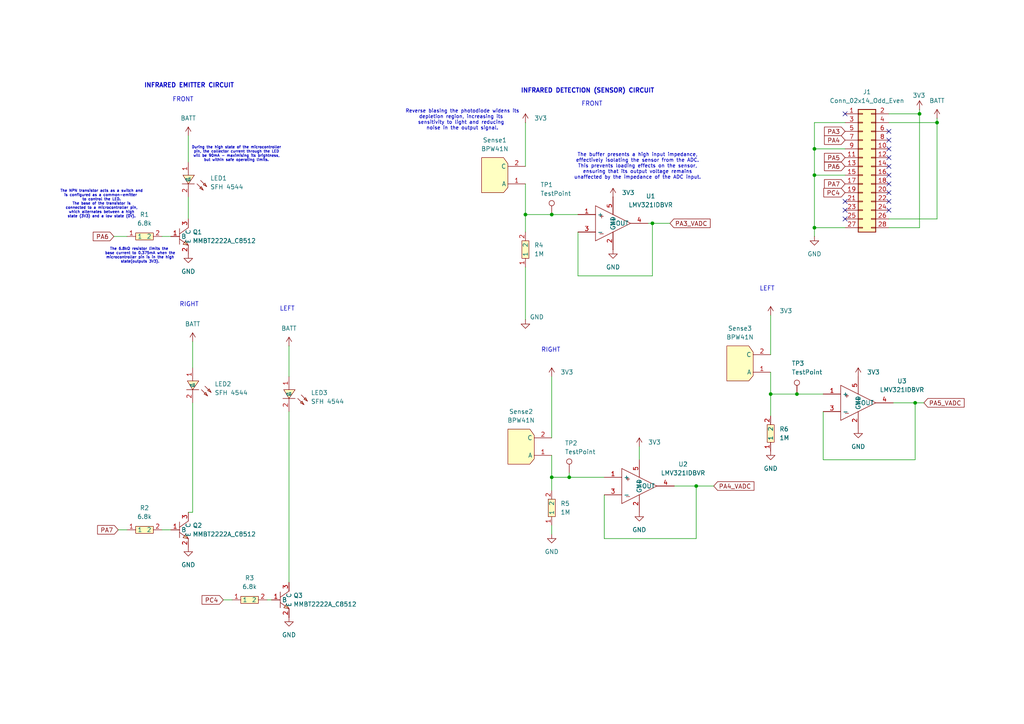
<source format=kicad_sch>
(kicad_sch
	(version 20231120)
	(generator "eeschema")
	(generator_version "8.0")
	(uuid "0769da37-6144-498e-868b-7119a9535c90")
	(paper "A4")
	(title_block
		(title "Micromouse Sensing Subsystem ")
		(date "2024-03-23")
		(rev "v0")
		(comment 3 "MXXSAF002")
		(comment 4 "Author: Safiya Mia")
	)
	(lib_symbols
		(symbol "Connector:TestPoint"
			(pin_numbers hide)
			(pin_names
				(offset 0.762) hide)
			(exclude_from_sim no)
			(in_bom yes)
			(on_board yes)
			(property "Reference" "TP"
				(at 0 6.858 0)
				(effects
					(font
						(size 1.27 1.27)
					)
				)
			)
			(property "Value" "TestPoint"
				(at 0 5.08 0)
				(effects
					(font
						(size 1.27 1.27)
					)
				)
			)
			(property "Footprint" ""
				(at 5.08 0 0)
				(effects
					(font
						(size 1.27 1.27)
					)
					(hide yes)
				)
			)
			(property "Datasheet" "~"
				(at 5.08 0 0)
				(effects
					(font
						(size 1.27 1.27)
					)
					(hide yes)
				)
			)
			(property "Description" "test point"
				(at 0 0 0)
				(effects
					(font
						(size 1.27 1.27)
					)
					(hide yes)
				)
			)
			(property "ki_keywords" "test point tp"
				(at 0 0 0)
				(effects
					(font
						(size 1.27 1.27)
					)
					(hide yes)
				)
			)
			(property "ki_fp_filters" "Pin* Test*"
				(at 0 0 0)
				(effects
					(font
						(size 1.27 1.27)
					)
					(hide yes)
				)
			)
			(symbol "TestPoint_0_1"
				(circle
					(center 0 3.302)
					(radius 0.762)
					(stroke
						(width 0)
						(type default)
					)
					(fill
						(type none)
					)
				)
			)
			(symbol "TestPoint_1_1"
				(pin passive line
					(at 0 0 90)
					(length 2.54)
					(name "1"
						(effects
							(font
								(size 1.27 1.27)
							)
						)
					)
					(number "1"
						(effects
							(font
								(size 1.27 1.27)
							)
						)
					)
				)
			)
		)
		(symbol "Connector_Generic:Conn_02x14_Odd_Even"
			(pin_names
				(offset 1.016) hide)
			(exclude_from_sim no)
			(in_bom yes)
			(on_board yes)
			(property "Reference" "J"
				(at 1.27 17.78 0)
				(effects
					(font
						(size 1.27 1.27)
					)
				)
			)
			(property "Value" "Conn_02x14_Odd_Even"
				(at 1.27 -20.32 0)
				(effects
					(font
						(size 1.27 1.27)
					)
				)
			)
			(property "Footprint" ""
				(at 0 0 0)
				(effects
					(font
						(size 1.27 1.27)
					)
					(hide yes)
				)
			)
			(property "Datasheet" "~"
				(at 0 0 0)
				(effects
					(font
						(size 1.27 1.27)
					)
					(hide yes)
				)
			)
			(property "Description" "Generic connector, double row, 02x14, odd/even pin numbering scheme (row 1 odd numbers, row 2 even numbers), script generated (kicad-library-utils/schlib/autogen/connector/)"
				(at 0 0 0)
				(effects
					(font
						(size 1.27 1.27)
					)
					(hide yes)
				)
			)
			(property "ki_keywords" "connector"
				(at 0 0 0)
				(effects
					(font
						(size 1.27 1.27)
					)
					(hide yes)
				)
			)
			(property "ki_fp_filters" "Connector*:*_2x??_*"
				(at 0 0 0)
				(effects
					(font
						(size 1.27 1.27)
					)
					(hide yes)
				)
			)
			(symbol "Conn_02x14_Odd_Even_1_1"
				(rectangle
					(start -1.27 -17.653)
					(end 0 -17.907)
					(stroke
						(width 0.1524)
						(type default)
					)
					(fill
						(type none)
					)
				)
				(rectangle
					(start -1.27 -15.113)
					(end 0 -15.367)
					(stroke
						(width 0.1524)
						(type default)
					)
					(fill
						(type none)
					)
				)
				(rectangle
					(start -1.27 -12.573)
					(end 0 -12.827)
					(stroke
						(width 0.1524)
						(type default)
					)
					(fill
						(type none)
					)
				)
				(rectangle
					(start -1.27 -10.033)
					(end 0 -10.287)
					(stroke
						(width 0.1524)
						(type default)
					)
					(fill
						(type none)
					)
				)
				(rectangle
					(start -1.27 -7.493)
					(end 0 -7.747)
					(stroke
						(width 0.1524)
						(type default)
					)
					(fill
						(type none)
					)
				)
				(rectangle
					(start -1.27 -4.953)
					(end 0 -5.207)
					(stroke
						(width 0.1524)
						(type default)
					)
					(fill
						(type none)
					)
				)
				(rectangle
					(start -1.27 -2.413)
					(end 0 -2.667)
					(stroke
						(width 0.1524)
						(type default)
					)
					(fill
						(type none)
					)
				)
				(rectangle
					(start -1.27 0.127)
					(end 0 -0.127)
					(stroke
						(width 0.1524)
						(type default)
					)
					(fill
						(type none)
					)
				)
				(rectangle
					(start -1.27 2.667)
					(end 0 2.413)
					(stroke
						(width 0.1524)
						(type default)
					)
					(fill
						(type none)
					)
				)
				(rectangle
					(start -1.27 5.207)
					(end 0 4.953)
					(stroke
						(width 0.1524)
						(type default)
					)
					(fill
						(type none)
					)
				)
				(rectangle
					(start -1.27 7.747)
					(end 0 7.493)
					(stroke
						(width 0.1524)
						(type default)
					)
					(fill
						(type none)
					)
				)
				(rectangle
					(start -1.27 10.287)
					(end 0 10.033)
					(stroke
						(width 0.1524)
						(type default)
					)
					(fill
						(type none)
					)
				)
				(rectangle
					(start -1.27 12.827)
					(end 0 12.573)
					(stroke
						(width 0.1524)
						(type default)
					)
					(fill
						(type none)
					)
				)
				(rectangle
					(start -1.27 15.367)
					(end 0 15.113)
					(stroke
						(width 0.1524)
						(type default)
					)
					(fill
						(type none)
					)
				)
				(rectangle
					(start -1.27 16.51)
					(end 3.81 -19.05)
					(stroke
						(width 0.254)
						(type default)
					)
					(fill
						(type background)
					)
				)
				(rectangle
					(start 3.81 -17.653)
					(end 2.54 -17.907)
					(stroke
						(width 0.1524)
						(type default)
					)
					(fill
						(type none)
					)
				)
				(rectangle
					(start 3.81 -15.113)
					(end 2.54 -15.367)
					(stroke
						(width 0.1524)
						(type default)
					)
					(fill
						(type none)
					)
				)
				(rectangle
					(start 3.81 -12.573)
					(end 2.54 -12.827)
					(stroke
						(width 0.1524)
						(type default)
					)
					(fill
						(type none)
					)
				)
				(rectangle
					(start 3.81 -10.033)
					(end 2.54 -10.287)
					(stroke
						(width 0.1524)
						(type default)
					)
					(fill
						(type none)
					)
				)
				(rectangle
					(start 3.81 -7.493)
					(end 2.54 -7.747)
					(stroke
						(width 0.1524)
						(type default)
					)
					(fill
						(type none)
					)
				)
				(rectangle
					(start 3.81 -4.953)
					(end 2.54 -5.207)
					(stroke
						(width 0.1524)
						(type default)
					)
					(fill
						(type none)
					)
				)
				(rectangle
					(start 3.81 -2.413)
					(end 2.54 -2.667)
					(stroke
						(width 0.1524)
						(type default)
					)
					(fill
						(type none)
					)
				)
				(rectangle
					(start 3.81 0.127)
					(end 2.54 -0.127)
					(stroke
						(width 0.1524)
						(type default)
					)
					(fill
						(type none)
					)
				)
				(rectangle
					(start 3.81 2.667)
					(end 2.54 2.413)
					(stroke
						(width 0.1524)
						(type default)
					)
					(fill
						(type none)
					)
				)
				(rectangle
					(start 3.81 5.207)
					(end 2.54 4.953)
					(stroke
						(width 0.1524)
						(type default)
					)
					(fill
						(type none)
					)
				)
				(rectangle
					(start 3.81 7.747)
					(end 2.54 7.493)
					(stroke
						(width 0.1524)
						(type default)
					)
					(fill
						(type none)
					)
				)
				(rectangle
					(start 3.81 10.287)
					(end 2.54 10.033)
					(stroke
						(width 0.1524)
						(type default)
					)
					(fill
						(type none)
					)
				)
				(rectangle
					(start 3.81 12.827)
					(end 2.54 12.573)
					(stroke
						(width 0.1524)
						(type default)
					)
					(fill
						(type none)
					)
				)
				(rectangle
					(start 3.81 15.367)
					(end 2.54 15.113)
					(stroke
						(width 0.1524)
						(type default)
					)
					(fill
						(type none)
					)
				)
				(pin passive line
					(at -5.08 15.24 0)
					(length 3.81)
					(name "Pin_1"
						(effects
							(font
								(size 1.27 1.27)
							)
						)
					)
					(number "1"
						(effects
							(font
								(size 1.27 1.27)
							)
						)
					)
				)
				(pin passive line
					(at 7.62 5.08 180)
					(length 3.81)
					(name "Pin_10"
						(effects
							(font
								(size 1.27 1.27)
							)
						)
					)
					(number "10"
						(effects
							(font
								(size 1.27 1.27)
							)
						)
					)
				)
				(pin passive line
					(at -5.08 2.54 0)
					(length 3.81)
					(name "Pin_11"
						(effects
							(font
								(size 1.27 1.27)
							)
						)
					)
					(number "11"
						(effects
							(font
								(size 1.27 1.27)
							)
						)
					)
				)
				(pin passive line
					(at 7.62 2.54 180)
					(length 3.81)
					(name "Pin_12"
						(effects
							(font
								(size 1.27 1.27)
							)
						)
					)
					(number "12"
						(effects
							(font
								(size 1.27 1.27)
							)
						)
					)
				)
				(pin passive line
					(at -5.08 0 0)
					(length 3.81)
					(name "Pin_13"
						(effects
							(font
								(size 1.27 1.27)
							)
						)
					)
					(number "13"
						(effects
							(font
								(size 1.27 1.27)
							)
						)
					)
				)
				(pin passive line
					(at 7.62 0 180)
					(length 3.81)
					(name "Pin_14"
						(effects
							(font
								(size 1.27 1.27)
							)
						)
					)
					(number "14"
						(effects
							(font
								(size 1.27 1.27)
							)
						)
					)
				)
				(pin passive line
					(at -5.08 -2.54 0)
					(length 3.81)
					(name "Pin_15"
						(effects
							(font
								(size 1.27 1.27)
							)
						)
					)
					(number "15"
						(effects
							(font
								(size 1.27 1.27)
							)
						)
					)
				)
				(pin passive line
					(at 7.62 -2.54 180)
					(length 3.81)
					(name "Pin_16"
						(effects
							(font
								(size 1.27 1.27)
							)
						)
					)
					(number "16"
						(effects
							(font
								(size 1.27 1.27)
							)
						)
					)
				)
				(pin passive line
					(at -5.08 -5.08 0)
					(length 3.81)
					(name "Pin_17"
						(effects
							(font
								(size 1.27 1.27)
							)
						)
					)
					(number "17"
						(effects
							(font
								(size 1.27 1.27)
							)
						)
					)
				)
				(pin passive line
					(at 7.62 -5.08 180)
					(length 3.81)
					(name "Pin_18"
						(effects
							(font
								(size 1.27 1.27)
							)
						)
					)
					(number "18"
						(effects
							(font
								(size 1.27 1.27)
							)
						)
					)
				)
				(pin passive line
					(at -5.08 -7.62 0)
					(length 3.81)
					(name "Pin_19"
						(effects
							(font
								(size 1.27 1.27)
							)
						)
					)
					(number "19"
						(effects
							(font
								(size 1.27 1.27)
							)
						)
					)
				)
				(pin passive line
					(at 7.62 15.24 180)
					(length 3.81)
					(name "Pin_2"
						(effects
							(font
								(size 1.27 1.27)
							)
						)
					)
					(number "2"
						(effects
							(font
								(size 1.27 1.27)
							)
						)
					)
				)
				(pin passive line
					(at 7.62 -7.62 180)
					(length 3.81)
					(name "Pin_20"
						(effects
							(font
								(size 1.27 1.27)
							)
						)
					)
					(number "20"
						(effects
							(font
								(size 1.27 1.27)
							)
						)
					)
				)
				(pin passive line
					(at -5.08 -10.16 0)
					(length 3.81)
					(name "Pin_21"
						(effects
							(font
								(size 1.27 1.27)
							)
						)
					)
					(number "21"
						(effects
							(font
								(size 1.27 1.27)
							)
						)
					)
				)
				(pin passive line
					(at 7.62 -10.16 180)
					(length 3.81)
					(name "Pin_22"
						(effects
							(font
								(size 1.27 1.27)
							)
						)
					)
					(number "22"
						(effects
							(font
								(size 1.27 1.27)
							)
						)
					)
				)
				(pin passive line
					(at -5.08 -12.7 0)
					(length 3.81)
					(name "Pin_23"
						(effects
							(font
								(size 1.27 1.27)
							)
						)
					)
					(number "23"
						(effects
							(font
								(size 1.27 1.27)
							)
						)
					)
				)
				(pin passive line
					(at 7.62 -12.7 180)
					(length 3.81)
					(name "Pin_24"
						(effects
							(font
								(size 1.27 1.27)
							)
						)
					)
					(number "24"
						(effects
							(font
								(size 1.27 1.27)
							)
						)
					)
				)
				(pin passive line
					(at -5.08 -15.24 0)
					(length 3.81)
					(name "Pin_25"
						(effects
							(font
								(size 1.27 1.27)
							)
						)
					)
					(number "25"
						(effects
							(font
								(size 1.27 1.27)
							)
						)
					)
				)
				(pin passive line
					(at 7.62 -15.24 180)
					(length 3.81)
					(name "Pin_26"
						(effects
							(font
								(size 1.27 1.27)
							)
						)
					)
					(number "26"
						(effects
							(font
								(size 1.27 1.27)
							)
						)
					)
				)
				(pin passive line
					(at -5.08 -17.78 0)
					(length 3.81)
					(name "Pin_27"
						(effects
							(font
								(size 1.27 1.27)
							)
						)
					)
					(number "27"
						(effects
							(font
								(size 1.27 1.27)
							)
						)
					)
				)
				(pin passive line
					(at 7.62 -17.78 180)
					(length 3.81)
					(name "Pin_28"
						(effects
							(font
								(size 1.27 1.27)
							)
						)
					)
					(number "28"
						(effects
							(font
								(size 1.27 1.27)
							)
						)
					)
				)
				(pin passive line
					(at -5.08 12.7 0)
					(length 3.81)
					(name "Pin_3"
						(effects
							(font
								(size 1.27 1.27)
							)
						)
					)
					(number "3"
						(effects
							(font
								(size 1.27 1.27)
							)
						)
					)
				)
				(pin passive line
					(at 7.62 12.7 180)
					(length 3.81)
					(name "Pin_4"
						(effects
							(font
								(size 1.27 1.27)
							)
						)
					)
					(number "4"
						(effects
							(font
								(size 1.27 1.27)
							)
						)
					)
				)
				(pin passive line
					(at -5.08 10.16 0)
					(length 3.81)
					(name "Pin_5"
						(effects
							(font
								(size 1.27 1.27)
							)
						)
					)
					(number "5"
						(effects
							(font
								(size 1.27 1.27)
							)
						)
					)
				)
				(pin passive line
					(at 7.62 10.16 180)
					(length 3.81)
					(name "Pin_6"
						(effects
							(font
								(size 1.27 1.27)
							)
						)
					)
					(number "6"
						(effects
							(font
								(size 1.27 1.27)
							)
						)
					)
				)
				(pin passive line
					(at -5.08 7.62 0)
					(length 3.81)
					(name "Pin_7"
						(effects
							(font
								(size 1.27 1.27)
							)
						)
					)
					(number "7"
						(effects
							(font
								(size 1.27 1.27)
							)
						)
					)
				)
				(pin passive line
					(at 7.62 7.62 180)
					(length 3.81)
					(name "Pin_8"
						(effects
							(font
								(size 1.27 1.27)
							)
						)
					)
					(number "8"
						(effects
							(font
								(size 1.27 1.27)
							)
						)
					)
				)
				(pin passive line
					(at -5.08 5.08 0)
					(length 3.81)
					(name "Pin_9"
						(effects
							(font
								(size 1.27 1.27)
							)
						)
					)
					(number "9"
						(effects
							(font
								(size 1.27 1.27)
							)
						)
					)
				)
			)
		)
		(symbol "easyeda2kicad:0805W8F1004T5E"
			(exclude_from_sim no)
			(in_bom yes)
			(on_board yes)
			(property "Reference" "R"
				(at 0 5.08 0)
				(effects
					(font
						(size 1.27 1.27)
					)
				)
			)
			(property "Value" "0805W8F1004T5E"
				(at 0 -5.08 0)
				(effects
					(font
						(size 1.27 1.27)
					)
				)
			)
			(property "Footprint" "easyeda2kicad:R0805"
				(at 0 -7.62 0)
				(effects
					(font
						(size 1.27 1.27)
					)
					(hide yes)
				)
			)
			(property "Datasheet" "https://lcsc.com/product-detail/Chip-Resistor-Surface-Mount-UniOhm_1MR-1004-1_C17514.html"
				(at 0 -10.16 0)
				(effects
					(font
						(size 1.27 1.27)
					)
					(hide yes)
				)
			)
			(property "Description" ""
				(at 0 0 0)
				(effects
					(font
						(size 1.27 1.27)
					)
					(hide yes)
				)
			)
			(property "LCSC Part" "C17514"
				(at 0 -12.7 0)
				(effects
					(font
						(size 1.27 1.27)
					)
					(hide yes)
				)
			)
			(symbol "0805W8F1004T5E_0_1"
				(rectangle
					(start -2.54 1.02)
					(end 2.54 -1.02)
					(stroke
						(width 0)
						(type default)
					)
					(fill
						(type background)
					)
				)
				(pin input line
					(at -5.08 0 0)
					(length 2.54)
					(name "1"
						(effects
							(font
								(size 1.27 1.27)
							)
						)
					)
					(number "1"
						(effects
							(font
								(size 1.27 1.27)
							)
						)
					)
				)
				(pin input line
					(at 5.08 0 180)
					(length 2.54)
					(name "2"
						(effects
							(font
								(size 1.27 1.27)
							)
						)
					)
					(number "2"
						(effects
							(font
								(size 1.27 1.27)
							)
						)
					)
				)
			)
		)
		(symbol "easyeda2kicad:0805W8F6801T5E"
			(exclude_from_sim no)
			(in_bom yes)
			(on_board yes)
			(property "Reference" "R"
				(at 0 5.08 0)
				(effects
					(font
						(size 1.27 1.27)
					)
				)
			)
			(property "Value" "0805W8F6801T5E"
				(at 0 -5.08 0)
				(effects
					(font
						(size 1.27 1.27)
					)
				)
			)
			(property "Footprint" "easyeda2kicad:R0805"
				(at 0 -7.62 0)
				(effects
					(font
						(size 1.27 1.27)
					)
					(hide yes)
				)
			)
			(property "Datasheet" "https://lcsc.com/product-detail/Chip-Resistor-Surface-Mount-UniOhm_6-8KR-6801-1_C17772.html"
				(at 0 -10.16 0)
				(effects
					(font
						(size 1.27 1.27)
					)
					(hide yes)
				)
			)
			(property "Description" ""
				(at 0 0 0)
				(effects
					(font
						(size 1.27 1.27)
					)
					(hide yes)
				)
			)
			(property "LCSC Part" "C17772"
				(at 0 -12.7 0)
				(effects
					(font
						(size 1.27 1.27)
					)
					(hide yes)
				)
			)
			(symbol "0805W8F6801T5E_0_1"
				(rectangle
					(start -2.54 1.02)
					(end 2.54 -1.02)
					(stroke
						(width 0)
						(type default)
					)
					(fill
						(type background)
					)
				)
				(pin input line
					(at -5.08 0 0)
					(length 2.54)
					(name "1"
						(effects
							(font
								(size 1.27 1.27)
							)
						)
					)
					(number "1"
						(effects
							(font
								(size 1.27 1.27)
							)
						)
					)
				)
				(pin input line
					(at 5.08 0 180)
					(length 2.54)
					(name "2"
						(effects
							(font
								(size 1.27 1.27)
							)
						)
					)
					(number "2"
						(effects
							(font
								(size 1.27 1.27)
							)
						)
					)
				)
			)
		)
		(symbol "easyeda2kicad:BPW41N"
			(exclude_from_sim no)
			(in_bom yes)
			(on_board yes)
			(property "Reference" "U"
				(at 0 -1.27 0)
				(effects
					(font
						(size 1.27 1.27)
					)
				)
			)
			(property "Value" "BPW41N"
				(at 0 -11.43 0)
				(effects
					(font
						(size 1.27 1.27)
					)
				)
			)
			(property "Footprint" "easyeda2kicad:SENSOR-TH_BPW41N"
				(at 0 -13.97 0)
				(effects
					(font
						(size 1.27 1.27)
					)
					(hide yes)
				)
			)
			(property "Datasheet" "https://lcsc.com/product-detail/Infrared-IR-LEDs_VISHAY_BPW41N_BPW41N_C142586.html"
				(at 0 -16.51 0)
				(effects
					(font
						(size 1.27 1.27)
					)
					(hide yes)
				)
			)
			(property "Description" ""
				(at 0 0 0)
				(effects
					(font
						(size 1.27 1.27)
					)
					(hide yes)
				)
			)
			(property "LCSC Part" "C142586"
				(at 0 -19.05 0)
				(effects
					(font
						(size 1.27 1.27)
					)
					(hide yes)
				)
			)
			(symbol "BPW41N_0_1"
				(polyline
					(pts
						(xy -5.08 6.35) (xy 5.08 6.35) (xy 5.08 0) (xy 3.3 -1.27) (xy -3.56 -1.27) (xy -5.08 0) (xy -5.08 6.35)
					)
					(stroke
						(width 0)
						(type default)
					)
					(fill
						(type background)
					)
				)
				(pin unspecified line
					(at -2.54 -6.35 90)
					(length 5.08)
					(name "A"
						(effects
							(font
								(size 1.27 1.27)
							)
						)
					)
					(number "1"
						(effects
							(font
								(size 1.27 1.27)
							)
						)
					)
				)
				(pin unspecified line
					(at 2.54 -6.35 90)
					(length 5.08)
					(name "C"
						(effects
							(font
								(size 1.27 1.27)
							)
						)
					)
					(number "2"
						(effects
							(font
								(size 1.27 1.27)
							)
						)
					)
				)
			)
		)
		(symbol "easyeda2kicad:LMV321IDBVR"
			(exclude_from_sim no)
			(in_bom yes)
			(on_board yes)
			(property "Reference" "U"
				(at 0 12.7 0)
				(effects
					(font
						(size 1.27 1.27)
					)
				)
			)
			(property "Value" "LMV321IDBVR"
				(at 0 -12.7 0)
				(effects
					(font
						(size 1.27 1.27)
					)
				)
			)
			(property "Footprint" "easyeda2kicad:SOT-23-5_L3.0-W1.7-P0.95-LS2.8-BR"
				(at 0 -15.24 0)
				(effects
					(font
						(size 1.27 1.27)
					)
					(hide yes)
				)
			)
			(property "Datasheet" "https://lcsc.com/product-detail/General-Purpose-Amplifiers_TI_LMV321IDBVR_LMV321IDBVR_C7972.html"
				(at 0 -17.78 0)
				(effects
					(font
						(size 1.27 1.27)
					)
					(hide yes)
				)
			)
			(property "Description" ""
				(at 0 0 0)
				(effects
					(font
						(size 1.27 1.27)
					)
					(hide yes)
				)
			)
			(property "LCSC Part" "C7972"
				(at 0 -20.32 0)
				(effects
					(font
						(size 1.27 1.27)
					)
					(hide yes)
				)
			)
			(symbol "LMV321IDBVR_0_1"
				(polyline
					(pts
						(xy -5.08 -5.08) (xy 5.08 0)
					)
					(stroke
						(width 0)
						(type default)
					)
					(fill
						(type none)
					)
				)
				(polyline
					(pts
						(xy -5.08 5.08) (xy -5.08 -5.08)
					)
					(stroke
						(width 0)
						(type default)
					)
					(fill
						(type none)
					)
				)
				(polyline
					(pts
						(xy -3.81 -3.05) (xy -2.79 -3.05)
					)
					(stroke
						(width 0)
						(type default)
					)
					(fill
						(type none)
					)
				)
				(polyline
					(pts
						(xy -3.81 2.03) (xy -2.79 2.03)
					)
					(stroke
						(width 0)
						(type default)
					)
					(fill
						(type none)
					)
				)
				(polyline
					(pts
						(xy -3.3 2.54) (xy -3.3 1.52)
					)
					(stroke
						(width 0)
						(type default)
					)
					(fill
						(type none)
					)
				)
				(polyline
					(pts
						(xy 5.08 0) (xy -5.08 5.08)
					)
					(stroke
						(width 0)
						(type default)
					)
					(fill
						(type none)
					)
				)
				(pin input line
					(at -10.16 2.54 0)
					(length 5.08)
					(name "+"
						(effects
							(font
								(size 1.27 1.27)
							)
						)
					)
					(number "1"
						(effects
							(font
								(size 1.27 1.27)
							)
						)
					)
				)
				(pin unspecified line
					(at 0 -7.62 90)
					(length 5.08)
					(name "GND"
						(effects
							(font
								(size 1.27 1.27)
							)
						)
					)
					(number "2"
						(effects
							(font
								(size 1.27 1.27)
							)
						)
					)
				)
				(pin input line
					(at -10.16 -2.54 0)
					(length 5.08)
					(name "-"
						(effects
							(font
								(size 1.27 1.27)
							)
						)
					)
					(number "3"
						(effects
							(font
								(size 1.27 1.27)
							)
						)
					)
				)
				(pin output line
					(at 10.16 0 180)
					(length 5.08)
					(name "OUT"
						(effects
							(font
								(size 1.27 1.27)
							)
						)
					)
					(number "4"
						(effects
							(font
								(size 1.27 1.27)
							)
						)
					)
				)
				(pin unspecified line
					(at 0 7.62 270)
					(length 5.08)
					(name "V+"
						(effects
							(font
								(size 1.27 1.27)
							)
						)
					)
					(number "5"
						(effects
							(font
								(size 1.27 1.27)
							)
						)
					)
				)
			)
		)
		(symbol "easyeda2kicad:MMBT2222A_C8512"
			(exclude_from_sim no)
			(in_bom yes)
			(on_board yes)
			(property "Reference" "Q"
				(at 0 10.16 0)
				(effects
					(font
						(size 1.27 1.27)
					)
				)
			)
			(property "Value" "MMBT2222A_C8512"
				(at 0 -10.16 0)
				(effects
					(font
						(size 1.27 1.27)
					)
				)
			)
			(property "Footprint" "easyeda2kicad:SOT-23-3_L2.9-W1.3-P1.90-LS2.4-BR"
				(at 0 -12.7 0)
				(effects
					(font
						(size 1.27 1.27)
					)
					(hide yes)
				)
			)
			(property "Datasheet" "https://lcsc.com/product-detail/Transistors-NPN-PNP_MMBT2222A_C8512.html"
				(at 0 -15.24 0)
				(effects
					(font
						(size 1.27 1.27)
					)
					(hide yes)
				)
			)
			(property "Description" ""
				(at 0 0 0)
				(effects
					(font
						(size 1.27 1.27)
					)
					(hide yes)
				)
			)
			(property "LCSC Part" "C8512"
				(at 0 -17.78 0)
				(effects
					(font
						(size 1.27 1.27)
					)
					(hide yes)
				)
			)
			(symbol "MMBT2222A_C8512_0_1"
				(polyline
					(pts
						(xy 0 -0.76) (xy 2.54 -2.54)
					)
					(stroke
						(width 0)
						(type default)
					)
					(fill
						(type none)
					)
				)
				(polyline
					(pts
						(xy 0 2.29) (xy 0 -2.29)
					)
					(stroke
						(width 0)
						(type default)
					)
					(fill
						(type none)
					)
				)
				(polyline
					(pts
						(xy 2.54 2.54) (xy 0 0.76)
					)
					(stroke
						(width 0)
						(type default)
					)
					(fill
						(type none)
					)
				)
				(polyline
					(pts
						(xy 2.54 -2.54) (xy 1.78 -1.27) (xy 1.02 -2.29) (xy 2.54 -2.54)
					)
					(stroke
						(width 0)
						(type default)
					)
					(fill
						(type background)
					)
				)
				(pin unspecified line
					(at -2.54 0 0)
					(length 2.54)
					(name "B"
						(effects
							(font
								(size 1.27 1.27)
							)
						)
					)
					(number "1"
						(effects
							(font
								(size 1.27 1.27)
							)
						)
					)
				)
				(pin unspecified line
					(at 2.54 -5.08 90)
					(length 2.54)
					(name "E"
						(effects
							(font
								(size 1.27 1.27)
							)
						)
					)
					(number "2"
						(effects
							(font
								(size 1.27 1.27)
							)
						)
					)
				)
				(pin unspecified line
					(at 2.54 5.08 270)
					(length 2.54)
					(name "C"
						(effects
							(font
								(size 1.27 1.27)
							)
						)
					)
					(number "3"
						(effects
							(font
								(size 1.27 1.27)
							)
						)
					)
				)
			)
		)
		(symbol "easyeda2kicad:SFH4544"
			(exclude_from_sim no)
			(in_bom yes)
			(on_board yes)
			(property "Reference" "U"
				(at 0 5.08 0)
				(effects
					(font
						(size 1.27 1.27)
					)
				)
			)
			(property "Value" "SFH 4544"
				(at 0 -5.08 0)
				(effects
					(font
						(size 1.27 1.27)
					)
				)
			)
			(property "Footprint" "easyeda2kicad:LED-TH_BD5.6-P2.54-FD"
				(at 0 -7.62 0)
				(effects
					(font
						(size 1.27 1.27)
					)
					(hide yes)
				)
			)
			(property "Datasheet" ""
				(at 0 0 0)
				(effects
					(font
						(size 1.27 1.27)
					)
					(hide yes)
				)
			)
			(property "Description" ""
				(at 0 0 0)
				(effects
					(font
						(size 1.27 1.27)
					)
					(hide yes)
				)
			)
			(property "LCSC Part" "C2900370"
				(at 0 -10.16 0)
				(effects
					(font
						(size 1.27 1.27)
					)
					(hide yes)
				)
			)
			(symbol "SFH4544_0_1"
				(polyline
					(pts
						(xy 0.25 3.56) (xy 2.03 5.33)
					)
					(stroke
						(width 0)
						(type default)
					)
					(fill
						(type none)
					)
				)
				(polyline
					(pts
						(xy 1.27 -1.78) (xy 1.27 1.78)
					)
					(stroke
						(width 0)
						(type default)
					)
					(fill
						(type none)
					)
				)
				(polyline
					(pts
						(xy 1.27 2.54) (xy 3.05 4.32)
					)
					(stroke
						(width 0)
						(type default)
					)
					(fill
						(type none)
					)
				)
				(polyline
					(pts
						(xy -1.27 -1.52) (xy 1.27 0) (xy -1.27 1.78) (xy -1.27 -1.52)
					)
					(stroke
						(width 0)
						(type default)
					)
					(fill
						(type background)
					)
				)
				(polyline
					(pts
						(xy 2.03 5.33) (xy 1.02 4.83) (xy 1.52 4.32) (xy 2.03 5.33)
					)
					(stroke
						(width 0)
						(type default)
					)
					(fill
						(type background)
					)
				)
				(polyline
					(pts
						(xy 3.05 4.32) (xy 2.03 3.81) (xy 2.54 3.3) (xy 3.05 4.32)
					)
					(stroke
						(width 0)
						(type default)
					)
					(fill
						(type background)
					)
				)
				(pin unspecified line
					(at -5.08 0 0)
					(length 3.81)
					(name "A"
						(effects
							(font
								(size 1.27 1.27)
							)
						)
					)
					(number "1"
						(effects
							(font
								(size 1.27 1.27)
							)
						)
					)
				)
				(pin unspecified line
					(at 5.08 0 180)
					(length 3.81)
					(name "C"
						(effects
							(font
								(size 1.27 1.27)
							)
						)
					)
					(number "2"
						(effects
							(font
								(size 1.27 1.27)
							)
						)
					)
				)
			)
		)
		(symbol "power:+3.3V"
			(power)
			(pin_numbers hide)
			(pin_names
				(offset 0) hide)
			(exclude_from_sim no)
			(in_bom yes)
			(on_board yes)
			(property "Reference" "#PWR"
				(at 0 -3.81 0)
				(effects
					(font
						(size 1.27 1.27)
					)
					(hide yes)
				)
			)
			(property "Value" "+3.3V"
				(at 0 3.556 0)
				(effects
					(font
						(size 1.27 1.27)
					)
				)
			)
			(property "Footprint" ""
				(at 0 0 0)
				(effects
					(font
						(size 1.27 1.27)
					)
					(hide yes)
				)
			)
			(property "Datasheet" ""
				(at 0 0 0)
				(effects
					(font
						(size 1.27 1.27)
					)
					(hide yes)
				)
			)
			(property "Description" "Power symbol creates a global label with name \"+3.3V\""
				(at 0 0 0)
				(effects
					(font
						(size 1.27 1.27)
					)
					(hide yes)
				)
			)
			(property "ki_keywords" "global power"
				(at 0 0 0)
				(effects
					(font
						(size 1.27 1.27)
					)
					(hide yes)
				)
			)
			(symbol "+3.3V_0_1"
				(polyline
					(pts
						(xy -0.762 1.27) (xy 0 2.54)
					)
					(stroke
						(width 0)
						(type default)
					)
					(fill
						(type none)
					)
				)
				(polyline
					(pts
						(xy 0 0) (xy 0 2.54)
					)
					(stroke
						(width 0)
						(type default)
					)
					(fill
						(type none)
					)
				)
				(polyline
					(pts
						(xy 0 2.54) (xy 0.762 1.27)
					)
					(stroke
						(width 0)
						(type default)
					)
					(fill
						(type none)
					)
				)
			)
			(symbol "+3.3V_1_1"
				(pin power_in line
					(at 0 0 90)
					(length 0)
					(name "~"
						(effects
							(font
								(size 1.27 1.27)
							)
						)
					)
					(number "1"
						(effects
							(font
								(size 1.27 1.27)
							)
						)
					)
				)
			)
		)
		(symbol "power:GND"
			(power)
			(pin_numbers hide)
			(pin_names
				(offset 0) hide)
			(exclude_from_sim no)
			(in_bom yes)
			(on_board yes)
			(property "Reference" "#PWR"
				(at 0 -6.35 0)
				(effects
					(font
						(size 1.27 1.27)
					)
					(hide yes)
				)
			)
			(property "Value" "GND"
				(at 0 -3.81 0)
				(effects
					(font
						(size 1.27 1.27)
					)
				)
			)
			(property "Footprint" ""
				(at 0 0 0)
				(effects
					(font
						(size 1.27 1.27)
					)
					(hide yes)
				)
			)
			(property "Datasheet" ""
				(at 0 0 0)
				(effects
					(font
						(size 1.27 1.27)
					)
					(hide yes)
				)
			)
			(property "Description" "Power symbol creates a global label with name \"GND\" , ground"
				(at 0 0 0)
				(effects
					(font
						(size 1.27 1.27)
					)
					(hide yes)
				)
			)
			(property "ki_keywords" "global power"
				(at 0 0 0)
				(effects
					(font
						(size 1.27 1.27)
					)
					(hide yes)
				)
			)
			(symbol "GND_0_1"
				(polyline
					(pts
						(xy 0 0) (xy 0 -1.27) (xy 1.27 -1.27) (xy 0 -2.54) (xy -1.27 -1.27) (xy 0 -1.27)
					)
					(stroke
						(width 0)
						(type default)
					)
					(fill
						(type none)
					)
				)
			)
			(symbol "GND_1_1"
				(pin power_in line
					(at 0 0 270)
					(length 0)
					(name "~"
						(effects
							(font
								(size 1.27 1.27)
							)
						)
					)
					(number "1"
						(effects
							(font
								(size 1.27 1.27)
							)
						)
					)
				)
			)
		)
	)
	(junction
		(at 236.22 50.8)
		(diameter 0)
		(color 0 0 0 0)
		(uuid "069e0dad-9c9b-414b-8081-d3c510600e48")
	)
	(junction
		(at 165.1 138.43)
		(diameter 0)
		(color 0 0 0 0)
		(uuid "0859e835-9a0e-4f0e-a051-5db52b338150")
	)
	(junction
		(at 160.02 138.43)
		(diameter 0)
		(color 0 0 0 0)
		(uuid "0a6e71e3-6229-4006-88c9-6451f5a59d05")
	)
	(junction
		(at 231.14 114.3)
		(diameter 0)
		(color 0 0 0 0)
		(uuid "17622746-97fe-46a5-b708-71126d0a62ff")
	)
	(junction
		(at 236.22 43.18)
		(diameter 0)
		(color 0 0 0 0)
		(uuid "247bc617-b655-4d67-ad93-848b8bf0c4bd")
	)
	(junction
		(at 189.23 64.77)
		(diameter 0)
		(color 0 0 0 0)
		(uuid "4adcd3b0-1f7e-4e66-b41d-1c80582f6072")
	)
	(junction
		(at 160.02 62.23)
		(diameter 0)
		(color 0 0 0 0)
		(uuid "9a0903d1-06d1-4401-9ddb-a269c3b38076")
	)
	(junction
		(at 236.22 66.04)
		(diameter 0)
		(color 0 0 0 0)
		(uuid "b2cab1a9-9abb-4352-9ab9-4382ec2aaf9b")
	)
	(junction
		(at 265.43 116.84)
		(diameter 0)
		(color 0 0 0 0)
		(uuid "c3facf52-db46-4302-bc02-b18453d36889")
	)
	(junction
		(at 266.7 33.02)
		(diameter 0)
		(color 0 0 0 0)
		(uuid "d009c501-1dbd-4e72-8757-b6185ed09a4a")
	)
	(junction
		(at 201.93 140.97)
		(diameter 0)
		(color 0 0 0 0)
		(uuid "dae4276e-4f14-4ebd-be8b-ba2663d365a6")
	)
	(junction
		(at 223.52 114.3)
		(diameter 0)
		(color 0 0 0 0)
		(uuid "e40bbb27-1f7d-4145-8978-a4bd592ea0a8")
	)
	(junction
		(at 152.4 62.23)
		(diameter 0)
		(color 0 0 0 0)
		(uuid "ef071f92-b106-4dea-92e0-28a217dc7987")
	)
	(junction
		(at 271.78 35.56)
		(diameter 0)
		(color 0 0 0 0)
		(uuid "f1bcfb4f-2a40-40a8-be10-46e7e6aea9c0")
	)
	(no_connect
		(at 257.81 43.18)
		(uuid "1e3c7412-0608-4985-9e2a-53352a2afd0d")
	)
	(no_connect
		(at 245.11 33.02)
		(uuid "1fcea5f2-c497-4911-a27c-1e7702be2cd8")
	)
	(no_connect
		(at 257.81 45.72)
		(uuid "2e01f7b4-c5bd-4f20-9ea6-196279cbabc0")
	)
	(no_connect
		(at 257.81 38.1)
		(uuid "321a205b-acbf-4482-baf0-c3b50e192294")
	)
	(no_connect
		(at 245.11 63.5)
		(uuid "339e601e-3e93-4afc-8ac3-eaab9b72c111")
	)
	(no_connect
		(at 257.81 48.26)
		(uuid "3aa2bbd1-7eb2-4e0b-beb2-6765158846c7")
	)
	(no_connect
		(at 257.81 58.42)
		(uuid "42e13a83-4064-41b5-b3a1-55ff1f7a71d9")
	)
	(no_connect
		(at 245.11 60.96)
		(uuid "53ff764b-0eec-4a13-aeaa-3fcde0f2bd6b")
	)
	(no_connect
		(at 257.81 53.34)
		(uuid "5f4362bc-f65f-48a8-8c69-c51a81177f95")
	)
	(no_connect
		(at 257.81 60.96)
		(uuid "827c5ef7-3168-458e-9cd2-670a237f64cb")
	)
	(no_connect
		(at 257.81 55.88)
		(uuid "be575a42-156b-4209-83c1-19b110d7da1d")
	)
	(no_connect
		(at 245.11 58.42)
		(uuid "dcecfc87-ef12-408f-86c7-376cb34a0991")
	)
	(no_connect
		(at 257.81 50.8)
		(uuid "ef050b1a-5fed-48f8-ae10-d448e289797d")
	)
	(no_connect
		(at 257.81 40.64)
		(uuid "ff88ae12-6a3e-4aa2-bd74-cb3b8a62bb23")
	)
	(wire
		(pts
			(xy 257.81 33.02) (xy 266.7 33.02)
		)
		(stroke
			(width 0)
			(type default)
		)
		(uuid "0025eb0d-9967-4c71-8f3c-5a84c1c9dc7d")
	)
	(wire
		(pts
			(xy 175.26 156.21) (xy 175.26 143.51)
		)
		(stroke
			(width 0)
			(type default)
		)
		(uuid "014d2bff-7815-4ed1-8df6-f3963ac8d2bf")
	)
	(wire
		(pts
			(xy 54.61 39.37) (xy 54.61 46.99)
		)
		(stroke
			(width 0)
			(type default)
		)
		(uuid "01d1492e-d397-4a9f-a481-38ad339a30e0")
	)
	(wire
		(pts
			(xy 160.02 154.94) (xy 160.02 152.4)
		)
		(stroke
			(width 0)
			(type default)
		)
		(uuid "04d9c0e2-50ed-4a85-820b-df70e77a6fa2")
	)
	(wire
		(pts
			(xy 271.78 34.29) (xy 271.78 35.56)
		)
		(stroke
			(width 0)
			(type default)
		)
		(uuid "07c540f7-4646-43ca-be3b-2f4077b8bfcb")
	)
	(wire
		(pts
			(xy 55.88 148.59) (xy 54.61 148.59)
		)
		(stroke
			(width 0)
			(type default)
		)
		(uuid "189a83cf-66ae-4473-a6a4-07b9c8589e13")
	)
	(wire
		(pts
			(xy 160.02 109.22) (xy 160.02 127)
		)
		(stroke
			(width 0)
			(type default)
		)
		(uuid "19c189b7-78b5-46b4-96a6-75ad869c500a")
	)
	(wire
		(pts
			(xy 167.64 80.01) (xy 189.23 80.01)
		)
		(stroke
			(width 0)
			(type default)
		)
		(uuid "1f6dcdce-131f-4c7e-b819-b608fa8984d5")
	)
	(wire
		(pts
			(xy 83.82 109.22) (xy 83.82 100.33)
		)
		(stroke
			(width 0)
			(type default)
		)
		(uuid "27a273a4-3592-458f-a91d-ad5eebea7c6c")
	)
	(wire
		(pts
			(xy 265.43 116.84) (xy 267.97 116.84)
		)
		(stroke
			(width 0)
			(type default)
		)
		(uuid "284445c4-f098-449a-b753-30045d6da635")
	)
	(wire
		(pts
			(xy 201.93 156.21) (xy 201.93 140.97)
		)
		(stroke
			(width 0)
			(type default)
		)
		(uuid "307ae50d-5ce1-46ca-89e2-adca38098364")
	)
	(wire
		(pts
			(xy 231.14 114.3) (xy 238.76 114.3)
		)
		(stroke
			(width 0)
			(type default)
		)
		(uuid "379f4675-ddaf-4e66-a3db-84c54f04772c")
	)
	(wire
		(pts
			(xy 55.88 106.68) (xy 55.88 99.06)
		)
		(stroke
			(width 0)
			(type default)
		)
		(uuid "3fef3804-8a65-4ef0-a6ff-3f91a901031e")
	)
	(wire
		(pts
			(xy 54.61 63.5) (xy 54.61 57.15)
		)
		(stroke
			(width 0)
			(type default)
		)
		(uuid "4a8c7149-187a-4931-8a05-dcfb08b3cb8a")
	)
	(wire
		(pts
			(xy 160.02 62.23) (xy 152.4 62.23)
		)
		(stroke
			(width 0)
			(type default)
		)
		(uuid "502500c3-e3ec-4df3-8882-096e5bb2ab33")
	)
	(wire
		(pts
			(xy 152.4 53.34) (xy 152.4 62.23)
		)
		(stroke
			(width 0)
			(type default)
		)
		(uuid "51c96cb5-c2bd-44f3-bfd9-387421cdec62")
	)
	(wire
		(pts
			(xy 265.43 133.35) (xy 265.43 116.84)
		)
		(stroke
			(width 0)
			(type default)
		)
		(uuid "544c69f7-c563-42de-94ab-12ca7043608c")
	)
	(wire
		(pts
			(xy 152.4 77.47) (xy 152.4 92.71)
		)
		(stroke
			(width 0)
			(type default)
		)
		(uuid "600c5260-5c60-454b-a727-fffffdacf200")
	)
	(wire
		(pts
			(xy 160.02 138.43) (xy 165.1 138.43)
		)
		(stroke
			(width 0)
			(type default)
		)
		(uuid "6575efeb-e70b-4838-9987-3848aab1cc1d")
	)
	(wire
		(pts
			(xy 223.52 114.3) (xy 231.14 114.3)
		)
		(stroke
			(width 0)
			(type default)
		)
		(uuid "65a1fc8a-8cd7-4c5a-bfd3-2ba211835813")
	)
	(wire
		(pts
			(xy 189.23 64.77) (xy 194.31 64.77)
		)
		(stroke
			(width 0)
			(type default)
		)
		(uuid "66988cf8-5a43-48d6-a766-6cf297c4a9a1")
	)
	(wire
		(pts
			(xy 189.23 80.01) (xy 189.23 64.77)
		)
		(stroke
			(width 0)
			(type default)
		)
		(uuid "681c5e99-a311-42cb-b7ee-aac65c18c91c")
	)
	(wire
		(pts
			(xy 160.02 62.23) (xy 167.64 62.23)
		)
		(stroke
			(width 0)
			(type default)
		)
		(uuid "6ad0f00d-60ca-4747-918c-05e5ce77d5bf")
	)
	(wire
		(pts
			(xy 266.7 31.75) (xy 266.7 33.02)
		)
		(stroke
			(width 0)
			(type default)
		)
		(uuid "6c99afe6-7f5f-4b63-a0e3-af04c10a3731")
	)
	(wire
		(pts
			(xy 236.22 66.04) (xy 236.22 68.58)
		)
		(stroke
			(width 0)
			(type default)
		)
		(uuid "6e9429fc-256c-4f6b-9683-c4bb3b65c65d")
	)
	(wire
		(pts
			(xy 185.42 133.35) (xy 185.42 129.54)
		)
		(stroke
			(width 0)
			(type default)
		)
		(uuid "6f91c102-3f36-456e-bdf8-6fe19a0727b6")
	)
	(wire
		(pts
			(xy 257.81 35.56) (xy 271.78 35.56)
		)
		(stroke
			(width 0)
			(type default)
		)
		(uuid "79a45484-12d2-491d-8dc1-ab5f82879a63")
	)
	(wire
		(pts
			(xy 257.81 66.04) (xy 266.7 66.04)
		)
		(stroke
			(width 0)
			(type default)
		)
		(uuid "846a18d9-7c6e-43cb-ad31-a5c5c2ff5d43")
	)
	(wire
		(pts
			(xy 78.74 173.99) (xy 77.47 173.99)
		)
		(stroke
			(width 0)
			(type default)
		)
		(uuid "87eaed73-b399-473d-b107-85c5ce9c3692")
	)
	(wire
		(pts
			(xy 223.52 107.95) (xy 223.52 114.3)
		)
		(stroke
			(width 0)
			(type default)
		)
		(uuid "88f71e90-683a-44a5-836d-7db82b28ce65")
	)
	(wire
		(pts
			(xy 271.78 35.56) (xy 271.78 63.5)
		)
		(stroke
			(width 0)
			(type default)
		)
		(uuid "890afbdf-3371-4e67-a07f-2bf4aec62924")
	)
	(wire
		(pts
			(xy 67.31 173.99) (xy 64.77 173.99)
		)
		(stroke
			(width 0)
			(type default)
		)
		(uuid "8d01d596-f5ff-4841-aa6c-169540d20b3b")
	)
	(wire
		(pts
			(xy 152.4 35.56) (xy 152.4 48.26)
		)
		(stroke
			(width 0)
			(type default)
		)
		(uuid "8f0f09e8-3d87-47c4-a426-e41d5de54b6c")
	)
	(wire
		(pts
			(xy 236.22 43.18) (xy 245.11 43.18)
		)
		(stroke
			(width 0)
			(type default)
		)
		(uuid "9184db5d-ae07-4a60-91b4-ed60b5464d94")
	)
	(wire
		(pts
			(xy 83.82 119.38) (xy 83.82 168.91)
		)
		(stroke
			(width 0)
			(type default)
		)
		(uuid "9bd0d42b-9a80-4d08-8d15-0afb99314664")
	)
	(wire
		(pts
			(xy 259.08 116.84) (xy 265.43 116.84)
		)
		(stroke
			(width 0)
			(type default)
		)
		(uuid "a3119a35-7bdf-46bb-bdda-6602ef8bcac3")
	)
	(wire
		(pts
			(xy 238.76 133.35) (xy 238.76 119.38)
		)
		(stroke
			(width 0)
			(type default)
		)
		(uuid "a474b9eb-dbe4-43df-8ebf-d943a8202677")
	)
	(wire
		(pts
			(xy 55.88 116.84) (xy 55.88 148.59)
		)
		(stroke
			(width 0)
			(type default)
		)
		(uuid "a58766ae-d508-40d3-8777-92e86a1d2727")
	)
	(wire
		(pts
			(xy 36.83 153.67) (xy 34.29 153.67)
		)
		(stroke
			(width 0)
			(type default)
		)
		(uuid "aae03cf5-9865-4089-8fde-ac13aeaaa7f1")
	)
	(wire
		(pts
			(xy 265.43 133.35) (xy 238.76 133.35)
		)
		(stroke
			(width 0)
			(type default)
		)
		(uuid "ac649496-849d-4908-b9df-7e7915241940")
	)
	(wire
		(pts
			(xy 236.22 50.8) (xy 245.11 50.8)
		)
		(stroke
			(width 0)
			(type default)
		)
		(uuid "b487e3f4-c651-47e6-8398-120b3e26346c")
	)
	(wire
		(pts
			(xy 36.83 68.58) (xy 33.02 68.58)
		)
		(stroke
			(width 0)
			(type default)
		)
		(uuid "b764d5ca-b8ea-4220-bb28-d3d41218fdd5")
	)
	(wire
		(pts
			(xy 236.22 35.56) (xy 245.11 35.56)
		)
		(stroke
			(width 0)
			(type default)
		)
		(uuid "b9173973-4ae8-4697-b1fe-8e154de2c2dc")
	)
	(wire
		(pts
			(xy 223.52 91.44) (xy 223.52 102.87)
		)
		(stroke
			(width 0)
			(type default)
		)
		(uuid "bd92472c-aedf-4cda-955a-2fc51d4ac9d5")
	)
	(wire
		(pts
			(xy 266.7 33.02) (xy 266.7 66.04)
		)
		(stroke
			(width 0)
			(type default)
		)
		(uuid "c17176ba-9974-4711-af6f-2e8ee68c776a")
	)
	(wire
		(pts
			(xy 160.02 142.24) (xy 160.02 138.43)
		)
		(stroke
			(width 0)
			(type default)
		)
		(uuid "c56a73dd-207b-4dcb-80f3-c0be23a9f388")
	)
	(wire
		(pts
			(xy 167.64 67.31) (xy 167.64 80.01)
		)
		(stroke
			(width 0)
			(type default)
		)
		(uuid "cef741e9-8ab4-4495-a768-28d9ced2c6e9")
	)
	(wire
		(pts
			(xy 187.96 64.77) (xy 189.23 64.77)
		)
		(stroke
			(width 0)
			(type default)
		)
		(uuid "d1b1ea49-8782-442b-b69e-70886bf9b8d2")
	)
	(wire
		(pts
			(xy 152.4 62.23) (xy 152.4 67.31)
		)
		(stroke
			(width 0)
			(type default)
		)
		(uuid "d1ebfa4a-a399-44e9-9a49-70a7dacd4c77")
	)
	(wire
		(pts
			(xy 201.93 156.21) (xy 175.26 156.21)
		)
		(stroke
			(width 0)
			(type default)
		)
		(uuid "d7a7069e-9527-4a26-9514-9d68f3b267f6")
	)
	(wire
		(pts
			(xy 236.22 66.04) (xy 245.11 66.04)
		)
		(stroke
			(width 0)
			(type default)
		)
		(uuid "d9cf0dcb-a550-4e56-ab1a-f72da2978f39")
	)
	(wire
		(pts
			(xy 236.22 35.56) (xy 236.22 43.18)
		)
		(stroke
			(width 0)
			(type default)
		)
		(uuid "e06c9a7f-e80c-4576-9a92-f9489b7a495a")
	)
	(wire
		(pts
			(xy 223.52 114.3) (xy 223.52 120.65)
		)
		(stroke
			(width 0)
			(type default)
		)
		(uuid "e34aaa98-c4ab-4084-89c5-7dfcea262af5")
	)
	(wire
		(pts
			(xy 160.02 132.08) (xy 160.02 138.43)
		)
		(stroke
			(width 0)
			(type default)
		)
		(uuid "e4ddaf74-5bf2-4e33-9956-ac1c7e6bbfca")
	)
	(wire
		(pts
			(xy 165.1 137.16) (xy 165.1 138.43)
		)
		(stroke
			(width 0)
			(type default)
		)
		(uuid "e594918a-669e-499f-b580-60042885e67f")
	)
	(wire
		(pts
			(xy 49.53 153.67) (xy 46.99 153.67)
		)
		(stroke
			(width 0)
			(type default)
		)
		(uuid "e6bfee73-43aa-4caf-9485-846bec48bf6f")
	)
	(wire
		(pts
			(xy 165.1 138.43) (xy 175.26 138.43)
		)
		(stroke
			(width 0)
			(type default)
		)
		(uuid "e7fb9baf-52a2-4437-9646-19d102b8fe9b")
	)
	(wire
		(pts
			(xy 195.58 140.97) (xy 201.93 140.97)
		)
		(stroke
			(width 0)
			(type default)
		)
		(uuid "eabe0611-4ca4-4843-88ea-54084fe97fc8")
	)
	(wire
		(pts
			(xy 201.93 140.97) (xy 207.01 140.97)
		)
		(stroke
			(width 0)
			(type default)
		)
		(uuid "ebeff79e-8f74-4053-8403-70665893d478")
	)
	(wire
		(pts
			(xy 236.22 50.8) (xy 236.22 66.04)
		)
		(stroke
			(width 0)
			(type default)
		)
		(uuid "f1225840-1678-45d3-ab8c-9c7f3c7cac0c")
	)
	(wire
		(pts
			(xy 46.99 68.58) (xy 49.53 68.58)
		)
		(stroke
			(width 0)
			(type default)
		)
		(uuid "f12bbfc0-4098-417b-be58-8a4afb9ef890")
	)
	(wire
		(pts
			(xy 236.22 43.18) (xy 236.22 50.8)
		)
		(stroke
			(width 0)
			(type default)
		)
		(uuid "f8068a4f-22fd-4034-b247-d452040fef83")
	)
	(wire
		(pts
			(xy 257.81 63.5) (xy 271.78 63.5)
		)
		(stroke
			(width 0)
			(type default)
		)
		(uuid "faf1ddcf-1d36-41b5-a81d-04f65b4babc7")
	)
	(text "RIGHT\n\n"
		(exclude_from_sim no)
		(at 159.766 102.616 0)
		(effects
			(font
				(size 1.27 1.27)
			)
		)
		(uuid "00a77fa9-40e0-489d-a490-605648433a08")
	)
	(text "LEFT"
		(exclude_from_sim no)
		(at 222.504 83.82 0)
		(effects
			(font
				(size 1.27 1.27)
			)
		)
		(uuid "15b7f1cd-4cca-4fa5-b262-a44c778594b7")
	)
	(text "LEFT"
		(exclude_from_sim no)
		(at 83.312 89.662 0)
		(effects
			(font
				(size 1.27 1.27)
			)
		)
		(uuid "4bb7ec10-bc3a-4b8f-9011-6aecd7051a76")
	)
	(text "INFRARED EMITTER CIRCUIT"
		(exclude_from_sim no)
		(at 54.864 24.892 0)
		(effects
			(font
				(size 1.27 1.27)
				(thickness 0.254)
				(bold yes)
			)
		)
		(uuid "501f690d-b13b-4970-ae92-0f71d4f5aa51")
	)
	(text "During the high state of the microcontroller\npin, the collector current through the LED\nwill be 90mA - maximising its brightness,\nbut within safe operating limits."
		(exclude_from_sim no)
		(at 68.58 44.704 0)
		(effects
			(font
				(size 0.762 0.762)
			)
		)
		(uuid "7285c960-a467-44e3-92f1-39c089614b62")
	)
	(text "INFRARED DETECTION (SENSOR) CIRCUIT"
		(exclude_from_sim no)
		(at 170.434 26.416 0)
		(effects
			(font
				(size 1.27 1.27)
				(thickness 0.254)
				(bold yes)
			)
		)
		(uuid "928599eb-5616-463d-9bdb-a1c80a6c5ace")
	)
	(text "Reverse biasing the photodiode widens its\ndepletion region, increasing its \nsensitivity to light and reducing \nnoise in the output signal."
		(exclude_from_sim no)
		(at 134.112 34.798 0)
		(effects
			(font
				(size 1.016 1.016)
			)
		)
		(uuid "aea0f168-f977-4270-a32c-f7bfd7b941e2")
	)
	(text "RIGHT"
		(exclude_from_sim no)
		(at 54.864 88.392 0)
		(effects
			(font
				(size 1.27 1.27)
			)
		)
		(uuid "af3efc0d-9623-4061-8243-64b90f7a7e5e")
	)
	(text "FRONT"
		(exclude_from_sim no)
		(at 171.704 30.226 0)
		(effects
			(font
				(size 1.27 1.27)
			)
		)
		(uuid "be5ff3a5-9083-4122-b25d-e099fe3b7393")
	)
	(text "The 6.8kΩ resistor limits the \nbase current to 0.375mA when the\nmicrocontroller pin is in the high\nstate(outputs 3V3).\n"
		(exclude_from_sim no)
		(at 40.64 74.168 0)
		(effects
			(font
				(size 0.762 0.762)
			)
		)
		(uuid "d84c6241-b8d9-4eb3-b8e3-155da661af21")
	)
	(text "FRONT\n"
		(exclude_from_sim no)
		(at 53.086 28.956 0)
		(effects
			(font
				(size 1.27 1.27)
			)
		)
		(uuid "dd9126a0-a47b-467a-8b0b-d7fa45e9e658")
	)
	(text "The buffer presents a high input impedance,\neffectively isolating the sensor from the ADC.\nThis prevents loading effects on the sensor,\nensuring that its output voltage remains\nunaffected by the impedance of the ADC input."
		(exclude_from_sim no)
		(at 184.912 48.26 0)
		(effects
			(font
				(size 1.016 1.016)
			)
		)
		(uuid "ea5962d3-8e74-4ab3-88bd-eb4d66102098")
	)
	(text "The NPN transistor acts as a switch and\nis configured as a common-emitter \nto control the LED.\nThe base of the transistor is\nconnected to a microcontroller pin,\nwhich alternates between a high\nstate (3V3) and a low state (0V)."
		(exclude_from_sim no)
		(at 29.464 59.182 0)
		(effects
			(font
				(size 0.762 0.762)
			)
		)
		(uuid "f107350f-d0d1-4c5a-92e4-4f4750059c6f")
	)
	(global_label "PA7"
		(shape input)
		(at 34.29 153.67 180)
		(fields_autoplaced yes)
		(effects
			(font
				(size 1.27 1.27)
			)
			(justify right)
		)
		(uuid "0e866ce1-aa89-4f35-a7a2-b9e062dd47ab")
		(property "Intersheetrefs" "${INTERSHEET_REFS}"
			(at 27.7367 153.67 0)
			(effects
				(font
					(size 1.27 1.27)
				)
				(justify right)
				(hide yes)
			)
		)
	)
	(global_label "PA7"
		(shape input)
		(at 245.11 53.34 180)
		(fields_autoplaced yes)
		(effects
			(font
				(size 1.27 1.27)
			)
			(justify right)
		)
		(uuid "1f05b2da-67fd-4249-8561-15bcac18d521")
		(property "Intersheetrefs" "${INTERSHEET_REFS}"
			(at 238.5567 53.34 0)
			(effects
				(font
					(size 1.27 1.27)
				)
				(justify right)
				(hide yes)
			)
		)
	)
	(global_label "PA5"
		(shape input)
		(at 245.11 45.72 180)
		(fields_autoplaced yes)
		(effects
			(font
				(size 1.27 1.27)
			)
			(justify right)
		)
		(uuid "4dbaa90d-d78d-4489-a0ed-4749b20fc569")
		(property "Intersheetrefs" "${INTERSHEET_REFS}"
			(at 238.5567 45.72 0)
			(effects
				(font
					(size 1.27 1.27)
				)
				(justify right)
				(hide yes)
			)
		)
	)
	(global_label "PA6"
		(shape input)
		(at 33.02 68.58 180)
		(fields_autoplaced yes)
		(effects
			(font
				(size 1.27 1.27)
			)
			(justify right)
		)
		(uuid "5286fd9d-3b00-44c3-a68a-70d5972dd5aa")
		(property "Intersheetrefs" "${INTERSHEET_REFS}"
			(at 26.4667 68.58 0)
			(effects
				(font
					(size 1.27 1.27)
				)
				(justify right)
				(hide yes)
			)
		)
	)
	(global_label "PC4"
		(shape input)
		(at 245.11 55.88 180)
		(fields_autoplaced yes)
		(effects
			(font
				(size 1.27 1.27)
			)
			(justify right)
		)
		(uuid "5432fc33-687d-481d-b91a-b335aaf31107")
		(property "Intersheetrefs" "${INTERSHEET_REFS}"
			(at 238.3753 55.88 0)
			(effects
				(font
					(size 1.27 1.27)
				)
				(justify right)
				(hide yes)
			)
		)
	)
	(global_label "PA5_VADC"
		(shape input)
		(at 267.97 116.84 0)
		(fields_autoplaced yes)
		(effects
			(font
				(size 1.27 1.27)
			)
			(justify left)
		)
		(uuid "5e81706f-0d1c-45d0-8f55-2e6d6bad1de9")
		(property "Intersheetrefs" "${INTERSHEET_REFS}"
			(at 280.2081 116.84 0)
			(effects
				(font
					(size 1.27 1.27)
				)
				(justify left)
				(hide yes)
			)
		)
	)
	(global_label "PA3_VADC"
		(shape input)
		(at 194.31 64.77 0)
		(fields_autoplaced yes)
		(effects
			(font
				(size 1.27 1.27)
			)
			(justify left)
		)
		(uuid "63f19036-975e-45d6-846b-49b75f6653cc")
		(property "Intersheetrefs" "${INTERSHEET_REFS}"
			(at 206.5481 64.77 0)
			(effects
				(font
					(size 1.27 1.27)
				)
				(justify left)
				(hide yes)
			)
		)
	)
	(global_label "PA4_VADC"
		(shape input)
		(at 207.01 140.97 0)
		(fields_autoplaced yes)
		(effects
			(font
				(size 1.27 1.27)
			)
			(justify left)
		)
		(uuid "668b17dc-5bc5-4f51-b1f3-44410c203dde")
		(property "Intersheetrefs" "${INTERSHEET_REFS}"
			(at 219.2481 140.97 0)
			(effects
				(font
					(size 1.27 1.27)
				)
				(justify left)
				(hide yes)
			)
		)
	)
	(global_label "PC4"
		(shape input)
		(at 64.77 173.99 180)
		(fields_autoplaced yes)
		(effects
			(font
				(size 1.27 1.27)
			)
			(justify right)
		)
		(uuid "76c27f3e-d828-4a4b-bfad-0841660e08a0")
		(property "Intersheetrefs" "${INTERSHEET_REFS}"
			(at 58.0353 173.99 0)
			(effects
				(font
					(size 1.27 1.27)
				)
				(justify right)
				(hide yes)
			)
		)
	)
	(global_label "PA3"
		(shape input)
		(at 245.11 38.1 180)
		(fields_autoplaced yes)
		(effects
			(font
				(size 1.27 1.27)
			)
			(justify right)
		)
		(uuid "94d89519-80c6-43ec-89c6-57a77973c4f5")
		(property "Intersheetrefs" "${INTERSHEET_REFS}"
			(at 238.5567 38.1 0)
			(effects
				(font
					(size 1.27 1.27)
				)
				(justify right)
				(hide yes)
			)
		)
	)
	(global_label "PA6"
		(shape input)
		(at 245.11 48.26 180)
		(fields_autoplaced yes)
		(effects
			(font
				(size 1.27 1.27)
			)
			(justify right)
		)
		(uuid "c8185248-acf9-46b7-a1d8-8e6618f6469c")
		(property "Intersheetrefs" "${INTERSHEET_REFS}"
			(at 238.5567 48.26 0)
			(effects
				(font
					(size 1.27 1.27)
				)
				(justify right)
				(hide yes)
			)
		)
	)
	(global_label "PA4"
		(shape input)
		(at 245.11 40.64 180)
		(fields_autoplaced yes)
		(effects
			(font
				(size 1.27 1.27)
			)
			(justify right)
		)
		(uuid "fcca6f59-30b5-45e0-b903-e89f720864d1")
		(property "Intersheetrefs" "${INTERSHEET_REFS}"
			(at 238.5567 40.64 0)
			(effects
				(font
					(size 1.27 1.27)
				)
				(justify right)
				(hide yes)
			)
		)
	)
	(symbol
		(lib_id "easyeda2kicad:BPW41N")
		(at 153.67 129.54 90)
		(unit 1)
		(exclude_from_sim no)
		(in_bom yes)
		(on_board yes)
		(dnp no)
		(fields_autoplaced yes)
		(uuid "0cc5e71a-2100-4a83-ada7-6b3e09770828")
		(property "Reference" "Sense2"
			(at 151.13 119.38 90)
			(effects
				(font
					(size 1.27 1.27)
				)
			)
		)
		(property "Value" "BPW41N"
			(at 151.13 121.92 90)
			(effects
				(font
					(size 1.27 1.27)
				)
			)
		)
		(property "Footprint" "3088_projectlib:SENSOR-TH_BPW41N"
			(at 167.64 129.54 0)
			(effects
				(font
					(size 1.27 1.27)
				)
				(hide yes)
			)
		)
		(property "Datasheet" "https://lcsc.com/product-detail/Infrared-IR-LEDs_VISHAY_BPW41N_BPW41N_C142586.html"
			(at 170.18 129.54 0)
			(effects
				(font
					(size 1.27 1.27)
				)
				(hide yes)
			)
		)
		(property "Description" ""
			(at 153.67 129.54 0)
			(effects
				(font
					(size 1.27 1.27)
				)
				(hide yes)
			)
		)
		(property "LCSC Part" "C142586"
			(at 172.72 129.54 0)
			(effects
				(font
					(size 1.27 1.27)
				)
				(hide yes)
			)
		)
		(pin "1"
			(uuid "1c8b8c62-3be9-48f5-bef9-ce28cb5566dc")
		)
		(pin "2"
			(uuid "29765561-7686-41ff-95ef-21adf2208a80")
		)
		(instances
			(project "Sensing_Subsystem"
				(path "/0769da37-6144-498e-868b-7119a9535c90"
					(reference "Sense2")
					(unit 1)
				)
			)
		)
	)
	(symbol
		(lib_id "easyeda2kicad:0805W8F6801T5E")
		(at 72.39 173.99 0)
		(unit 1)
		(exclude_from_sim no)
		(in_bom yes)
		(on_board yes)
		(dnp no)
		(fields_autoplaced yes)
		(uuid "1681989c-38e7-4fec-a0b8-3339a4152496")
		(property "Reference" "R3"
			(at 72.39 167.64 0)
			(effects
				(font
					(size 1.27 1.27)
				)
			)
		)
		(property "Value" "6.8k"
			(at 72.39 170.18 0)
			(effects
				(font
					(size 1.27 1.27)
				)
			)
		)
		(property "Footprint" "3088_projectlib:6.8kresistor"
			(at 72.39 181.61 0)
			(effects
				(font
					(size 1.27 1.27)
				)
				(hide yes)
			)
		)
		(property "Datasheet" "https://lcsc.com/product-detail/Chip-Resistor-Surface-Mount-UniOhm_6-8KR-6801-1_C17772.html"
			(at 72.39 184.15 0)
			(effects
				(font
					(size 1.27 1.27)
				)
				(hide yes)
			)
		)
		(property "Description" ""
			(at 72.39 173.99 0)
			(effects
				(font
					(size 1.27 1.27)
				)
				(hide yes)
			)
		)
		(property "LCSC Part" "C17772"
			(at 72.39 186.69 0)
			(effects
				(font
					(size 1.27 1.27)
				)
				(hide yes)
			)
		)
		(pin "1"
			(uuid "bcd1a367-b4d9-4fbf-9609-0a212b3e2cf3")
		)
		(pin "2"
			(uuid "dbc81511-82e6-4d34-b872-24ad44afda8a")
		)
		(instances
			(project "Sensing_Subsystem"
				(path "/0769da37-6144-498e-868b-7119a9535c90"
					(reference "R3")
					(unit 1)
				)
			)
		)
	)
	(symbol
		(lib_id "power:+3.3V")
		(at 266.7 31.75 0)
		(unit 1)
		(exclude_from_sim no)
		(in_bom yes)
		(on_board yes)
		(dnp no)
		(uuid "1a369238-0048-4de5-8d7f-d4b2f428d1b9")
		(property "Reference" "#PWR07"
			(at 266.7 35.56 0)
			(effects
				(font
					(size 1.27 1.27)
				)
				(hide yes)
			)
		)
		(property "Value" "3V3"
			(at 264.668 27.686 0)
			(effects
				(font
					(size 1.27 1.27)
				)
				(justify left)
			)
		)
		(property "Footprint" ""
			(at 266.7 31.75 0)
			(effects
				(font
					(size 1.27 1.27)
				)
				(hide yes)
			)
		)
		(property "Datasheet" ""
			(at 266.7 31.75 0)
			(effects
				(font
					(size 1.27 1.27)
				)
				(hide yes)
			)
		)
		(property "Description" "Power symbol creates a global label with name \"+3.3V\""
			(at 266.7 31.75 0)
			(effects
				(font
					(size 1.27 1.27)
				)
				(hide yes)
			)
		)
		(pin "1"
			(uuid "6f22b7da-06c5-4959-ada0-8f0d73ea0933")
		)
		(instances
			(project "Sensing_Subsystem"
				(path "/0769da37-6144-498e-868b-7119a9535c90"
					(reference "#PWR07")
					(unit 1)
				)
			)
		)
	)
	(symbol
		(lib_id "power:GND")
		(at 54.61 73.66 0)
		(unit 1)
		(exclude_from_sim no)
		(in_bom yes)
		(on_board yes)
		(dnp no)
		(fields_autoplaced yes)
		(uuid "1d1177da-80b1-43cc-93c9-c20401f49537")
		(property "Reference" "#PWR08"
			(at 54.61 80.01 0)
			(effects
				(font
					(size 1.27 1.27)
				)
				(hide yes)
			)
		)
		(property "Value" "GND"
			(at 54.61 78.74 0)
			(effects
				(font
					(size 1.27 1.27)
				)
			)
		)
		(property "Footprint" ""
			(at 54.61 73.66 0)
			(effects
				(font
					(size 1.27 1.27)
				)
				(hide yes)
			)
		)
		(property "Datasheet" ""
			(at 54.61 73.66 0)
			(effects
				(font
					(size 1.27 1.27)
				)
				(hide yes)
			)
		)
		(property "Description" "Power symbol creates a global label with name \"GND\" , ground"
			(at 54.61 73.66 0)
			(effects
				(font
					(size 1.27 1.27)
				)
				(hide yes)
			)
		)
		(pin "1"
			(uuid "c82db152-2eb1-43e1-8eb9-2db56a8554dc")
		)
		(instances
			(project "Sensing_Subsystem"
				(path "/0769da37-6144-498e-868b-7119a9535c90"
					(reference "#PWR08")
					(unit 1)
				)
			)
		)
	)
	(symbol
		(lib_id "easyeda2kicad:LMV321IDBVR")
		(at 177.8 64.77 0)
		(unit 1)
		(exclude_from_sim no)
		(in_bom yes)
		(on_board yes)
		(dnp no)
		(uuid "1eae262b-17fc-4d88-95a0-7081f535acdb")
		(property "Reference" "U1"
			(at 188.722 56.896 0)
			(effects
				(font
					(size 1.27 1.27)
				)
			)
		)
		(property "Value" "LMV321IDBVR"
			(at 188.722 59.436 0)
			(effects
				(font
					(size 1.27 1.27)
				)
			)
		)
		(property "Footprint" "3088_projectlib:opamp"
			(at 177.8 80.01 0)
			(effects
				(font
					(size 1.27 1.27)
				)
				(hide yes)
			)
		)
		(property "Datasheet" "https://lcsc.com/product-detail/General-Purpose-Amplifiers_TI_LMV321IDBVR_LMV321IDBVR_C7972.html"
			(at 177.8 82.55 0)
			(effects
				(font
					(size 1.27 1.27)
				)
				(hide yes)
			)
		)
		(property "Description" ""
			(at 177.8 64.77 0)
			(effects
				(font
					(size 1.27 1.27)
				)
				(hide yes)
			)
		)
		(property "LCSC Part" "C7972"
			(at 177.8 85.09 0)
			(effects
				(font
					(size 1.27 1.27)
				)
				(hide yes)
			)
		)
		(pin "5"
			(uuid "ec8afacc-c42a-4ab4-b0c2-fe2ff3d49c19")
		)
		(pin "1"
			(uuid "4856bafb-da84-45be-8746-694082d63924")
		)
		(pin "3"
			(uuid "296dca04-b930-4ba4-ad1f-9948cb31ce36")
		)
		(pin "2"
			(uuid "905c94ca-e1ff-4d96-8126-c147a9d3f668")
		)
		(pin "4"
			(uuid "e88cf4ae-039f-4320-8d24-72b188ed1469")
		)
		(instances
			(project "Sensing_Subsystem"
				(path "/0769da37-6144-498e-868b-7119a9535c90"
					(reference "U1")
					(unit 1)
				)
			)
		)
	)
	(symbol
		(lib_id "power:+3.3V")
		(at 55.88 99.06 0)
		(unit 1)
		(exclude_from_sim no)
		(in_bom yes)
		(on_board yes)
		(dnp no)
		(fields_autoplaced yes)
		(uuid "1f8c0ea3-3f2d-44aa-9922-1bec3f557877")
		(property "Reference" "#PWR021"
			(at 55.88 102.87 0)
			(effects
				(font
					(size 1.27 1.27)
				)
				(hide yes)
			)
		)
		(property "Value" "BATT"
			(at 55.88 93.98 0)
			(effects
				(font
					(size 1.27 1.27)
				)
			)
		)
		(property "Footprint" ""
			(at 55.88 99.06 0)
			(effects
				(font
					(size 1.27 1.27)
				)
				(hide yes)
			)
		)
		(property "Datasheet" ""
			(at 55.88 99.06 0)
			(effects
				(font
					(size 1.27 1.27)
				)
				(hide yes)
			)
		)
		(property "Description" "Power symbol creates a global label with name \"+3.3V\""
			(at 55.88 99.06 0)
			(effects
				(font
					(size 1.27 1.27)
				)
				(hide yes)
			)
		)
		(pin "1"
			(uuid "92a34cd9-ec6c-46b6-befb-fe8ed87c9472")
		)
		(instances
			(project "Sensing_Subsystem"
				(path "/0769da37-6144-498e-868b-7119a9535c90"
					(reference "#PWR021")
					(unit 1)
				)
			)
		)
	)
	(symbol
		(lib_id "power:+3.3V")
		(at 83.82 100.33 0)
		(unit 1)
		(exclude_from_sim no)
		(in_bom yes)
		(on_board yes)
		(dnp no)
		(fields_autoplaced yes)
		(uuid "201018ae-9125-442e-a0d3-02d89bd831e2")
		(property "Reference" "#PWR022"
			(at 83.82 104.14 0)
			(effects
				(font
					(size 1.27 1.27)
				)
				(hide yes)
			)
		)
		(property "Value" "BATT"
			(at 83.82 95.25 0)
			(effects
				(font
					(size 1.27 1.27)
				)
			)
		)
		(property "Footprint" ""
			(at 83.82 100.33 0)
			(effects
				(font
					(size 1.27 1.27)
				)
				(hide yes)
			)
		)
		(property "Datasheet" ""
			(at 83.82 100.33 0)
			(effects
				(font
					(size 1.27 1.27)
				)
				(hide yes)
			)
		)
		(property "Description" "Power symbol creates a global label with name \"+3.3V\""
			(at 83.82 100.33 0)
			(effects
				(font
					(size 1.27 1.27)
				)
				(hide yes)
			)
		)
		(pin "1"
			(uuid "2f4fbe3b-069e-4ebd-836b-c560b806ca4d")
		)
		(instances
			(project "Sensing_Subsystem"
				(path "/0769da37-6144-498e-868b-7119a9535c90"
					(reference "#PWR022")
					(unit 1)
				)
			)
		)
	)
	(symbol
		(lib_id "easyeda2kicad:0805W8F6801T5E")
		(at 41.91 68.58 0)
		(unit 1)
		(exclude_from_sim no)
		(in_bom yes)
		(on_board yes)
		(dnp no)
		(fields_autoplaced yes)
		(uuid "22b4c559-ba2c-4c9b-ae8a-7262e5ba949f")
		(property "Reference" "R1"
			(at 41.91 62.23 0)
			(effects
				(font
					(size 1.27 1.27)
				)
			)
		)
		(property "Value" "6.8k"
			(at 41.91 64.77 0)
			(effects
				(font
					(size 1.27 1.27)
				)
			)
		)
		(property "Footprint" "3088_projectlib:6.8kresistor"
			(at 41.91 76.2 0)
			(effects
				(font
					(size 1.27 1.27)
				)
				(hide yes)
			)
		)
		(property "Datasheet" "https://lcsc.com/product-detail/Chip-Resistor-Surface-Mount-UniOhm_6-8KR-6801-1_C17772.html"
			(at 41.91 78.74 0)
			(effects
				(font
					(size 1.27 1.27)
				)
				(hide yes)
			)
		)
		(property "Description" ""
			(at 41.91 68.58 0)
			(effects
				(font
					(size 1.27 1.27)
				)
				(hide yes)
			)
		)
		(property "LCSC Part" "C17772"
			(at 41.91 81.28 0)
			(effects
				(font
					(size 1.27 1.27)
				)
				(hide yes)
			)
		)
		(pin "1"
			(uuid "495f407a-1006-4998-85f3-06068639c389")
		)
		(pin "2"
			(uuid "cb575fbe-5880-489b-aec0-cb9fcc256f4c")
		)
		(instances
			(project "Sensing_Subsystem"
				(path "/0769da37-6144-498e-868b-7119a9535c90"
					(reference "R1")
					(unit 1)
				)
			)
		)
	)
	(symbol
		(lib_id "easyeda2kicad:MMBT2222A_C8512")
		(at 52.07 68.58 0)
		(unit 1)
		(exclude_from_sim no)
		(in_bom yes)
		(on_board yes)
		(dnp no)
		(fields_autoplaced yes)
		(uuid "24f141d5-5599-4b11-a719-a50753aa0186")
		(property "Reference" "Q1"
			(at 55.88 67.3099 0)
			(effects
				(font
					(size 1.27 1.27)
				)
				(justify left)
			)
		)
		(property "Value" "MMBT2222A_C8512"
			(at 55.88 69.8499 0)
			(effects
				(font
					(size 1.27 1.27)
				)
				(justify left)
			)
		)
		(property "Footprint" "3088_projectlib:babytransistor"
			(at 52.07 81.28 0)
			(effects
				(font
					(size 1.27 1.27)
				)
				(hide yes)
			)
		)
		(property "Datasheet" "https://lcsc.com/product-detail/Transistors-NPN-PNP_MMBT2222A_C8512.html"
			(at 52.07 83.82 0)
			(effects
				(font
					(size 1.27 1.27)
				)
				(hide yes)
			)
		)
		(property "Description" ""
			(at 52.07 68.58 0)
			(effects
				(font
					(size 1.27 1.27)
				)
				(hide yes)
			)
		)
		(property "LCSC Part" "C8512"
			(at 52.07 86.36 0)
			(effects
				(font
					(size 1.27 1.27)
				)
				(hide yes)
			)
		)
		(pin "1"
			(uuid "a9f16259-a5d1-4049-854c-c798067e653e")
		)
		(pin "2"
			(uuid "507ca07a-62f1-4efe-8e90-04be3735ab4f")
		)
		(pin "3"
			(uuid "4514217c-165c-4a85-89d9-2ae4a247479e")
		)
		(instances
			(project "Sensing_Subsystem"
				(path "/0769da37-6144-498e-868b-7119a9535c90"
					(reference "Q1")
					(unit 1)
				)
			)
		)
	)
	(symbol
		(lib_id "power:GND")
		(at 223.52 130.81 0)
		(unit 1)
		(exclude_from_sim no)
		(in_bom yes)
		(on_board yes)
		(dnp no)
		(fields_autoplaced yes)
		(uuid "2f1e4616-71f7-4fa0-a3b7-9884ff27c613")
		(property "Reference" "#PWR05"
			(at 223.52 137.16 0)
			(effects
				(font
					(size 1.27 1.27)
				)
				(hide yes)
			)
		)
		(property "Value" "GND"
			(at 223.52 135.89 0)
			(effects
				(font
					(size 1.27 1.27)
				)
			)
		)
		(property "Footprint" ""
			(at 223.52 130.81 0)
			(effects
				(font
					(size 1.27 1.27)
				)
				(hide yes)
			)
		)
		(property "Datasheet" ""
			(at 223.52 130.81 0)
			(effects
				(font
					(size 1.27 1.27)
				)
				(hide yes)
			)
		)
		(property "Description" "Power symbol creates a global label with name \"GND\" , ground"
			(at 223.52 130.81 0)
			(effects
				(font
					(size 1.27 1.27)
				)
				(hide yes)
			)
		)
		(pin "1"
			(uuid "5617889e-6ea1-4918-ade8-37a94301dd23")
		)
		(instances
			(project "Sensing_Subsystem"
				(path "/0769da37-6144-498e-868b-7119a9535c90"
					(reference "#PWR05")
					(unit 1)
				)
			)
		)
	)
	(symbol
		(lib_id "power:GND")
		(at 152.4 92.71 0)
		(unit 1)
		(exclude_from_sim no)
		(in_bom yes)
		(on_board yes)
		(dnp no)
		(uuid "38ded035-8a16-4757-a9fc-6b2ae2cb37a3")
		(property "Reference" "#PWR03"
			(at 152.4 99.06 0)
			(effects
				(font
					(size 1.27 1.27)
				)
				(hide yes)
			)
		)
		(property "Value" "GND"
			(at 155.702 91.948 0)
			(effects
				(font
					(size 1.27 1.27)
				)
			)
		)
		(property "Footprint" ""
			(at 152.4 92.71 0)
			(effects
				(font
					(size 1.27 1.27)
				)
				(hide yes)
			)
		)
		(property "Datasheet" ""
			(at 152.4 92.71 0)
			(effects
				(font
					(size 1.27 1.27)
				)
				(hide yes)
			)
		)
		(property "Description" "Power symbol creates a global label with name \"GND\" , ground"
			(at 152.4 92.71 0)
			(effects
				(font
					(size 1.27 1.27)
				)
				(hide yes)
			)
		)
		(pin "1"
			(uuid "c494c31a-3165-40c6-b513-8926785e68a6")
		)
		(instances
			(project "Sensing_Subsystem"
				(path "/0769da37-6144-498e-868b-7119a9535c90"
					(reference "#PWR03")
					(unit 1)
				)
			)
		)
	)
	(symbol
		(lib_id "power:GND")
		(at 185.42 148.59 0)
		(unit 1)
		(exclude_from_sim no)
		(in_bom yes)
		(on_board yes)
		(dnp no)
		(fields_autoplaced yes)
		(uuid "3d3853e8-d1f0-4390-ad30-63109c6e9394")
		(property "Reference" "#PWR015"
			(at 185.42 154.94 0)
			(effects
				(font
					(size 1.27 1.27)
				)
				(hide yes)
			)
		)
		(property "Value" "GND"
			(at 185.42 153.67 0)
			(effects
				(font
					(size 1.27 1.27)
				)
			)
		)
		(property "Footprint" ""
			(at 185.42 148.59 0)
			(effects
				(font
					(size 1.27 1.27)
				)
				(hide yes)
			)
		)
		(property "Datasheet" ""
			(at 185.42 148.59 0)
			(effects
				(font
					(size 1.27 1.27)
				)
				(hide yes)
			)
		)
		(property "Description" "Power symbol creates a global label with name \"GND\" , ground"
			(at 185.42 148.59 0)
			(effects
				(font
					(size 1.27 1.27)
				)
				(hide yes)
			)
		)
		(pin "1"
			(uuid "50e1f94d-acd6-4878-9519-9d220ca4e851")
		)
		(instances
			(project "Sensing_Subsystem"
				(path "/0769da37-6144-498e-868b-7119a9535c90"
					(reference "#PWR015")
					(unit 1)
				)
			)
		)
	)
	(symbol
		(lib_id "Connector_Generic:Conn_02x14_Odd_Even")
		(at 250.19 48.26 0)
		(unit 1)
		(exclude_from_sim no)
		(in_bom yes)
		(on_board yes)
		(dnp no)
		(fields_autoplaced yes)
		(uuid "3f39be48-91b0-4322-b756-01d74068a9c7")
		(property "Reference" "J1"
			(at 251.46 26.67 0)
			(effects
				(font
					(size 1.27 1.27)
				)
			)
		)
		(property "Value" "Conn_02x14_Odd_Even"
			(at 251.46 29.21 0)
			(effects
				(font
					(size 1.27 1.27)
				)
			)
		)
		(property "Footprint" "Connector_PinHeader_2.54mm:PinHeader_2x14_P2.54mm_Vertical"
			(at 250.19 48.26 0)
			(effects
				(font
					(size 1.27 1.27)
				)
				(hide yes)
			)
		)
		(property "Datasheet" "~"
			(at 250.19 48.26 0)
			(effects
				(font
					(size 1.27 1.27)
				)
				(hide yes)
			)
		)
		(property "Description" "Generic connector, double row, 02x14, odd/even pin numbering scheme (row 1 odd numbers, row 2 even numbers), script generated (kicad-library-utils/schlib/autogen/connector/)"
			(at 250.19 48.26 0)
			(effects
				(font
					(size 1.27 1.27)
				)
				(hide yes)
			)
		)
		(pin "7"
			(uuid "3f1cf18d-5313-48ab-afcf-b6bba1cd065b")
		)
		(pin "17"
			(uuid "e6f6b14d-ae77-4e16-8e8a-5d0677ff7df5")
		)
		(pin "19"
			(uuid "ab3c1383-75f1-4d26-8aad-5c5f84f7a22b")
		)
		(pin "13"
			(uuid "669c66c9-a948-4e0c-82c2-11e353db7b87")
		)
		(pin "23"
			(uuid "c5ddb599-a6bc-4651-ad11-e18bede0d2da")
		)
		(pin "24"
			(uuid "bbc37505-25fc-48a6-83d8-a70f695222e4")
		)
		(pin "5"
			(uuid "6db450c7-2ef1-4b4a-8e0f-7e04d279763e")
		)
		(pin "22"
			(uuid "c4a0be22-2a4e-4a58-b961-bdadaa6ea968")
		)
		(pin "1"
			(uuid "2c3951ea-2cf1-485d-9d68-3d733891a9a2")
		)
		(pin "18"
			(uuid "98534a47-0c1e-49f7-b2e9-153e71507078")
		)
		(pin "15"
			(uuid "5d5ef9d4-7f22-46f3-a818-7a59b148ff7a")
		)
		(pin "8"
			(uuid "0ba2d000-86da-4add-93aa-805f42b53f64")
		)
		(pin "9"
			(uuid "a8eada7c-5518-4dd6-adcc-1f7ce1a23eef")
		)
		(pin "11"
			(uuid "493308bc-9ac4-4f57-b325-8a2b0dcac19b")
		)
		(pin "14"
			(uuid "cc3f85e9-f0f2-4cc9-bbd2-2952aefad9c6")
		)
		(pin "4"
			(uuid "7abadeba-eca1-4d06-a87d-5e87ebec894f")
		)
		(pin "12"
			(uuid "53244494-bdda-440e-913b-b6c998e93588")
		)
		(pin "21"
			(uuid "2db10456-fbdb-40fd-ba7b-88e11f84ccaf")
		)
		(pin "27"
			(uuid "5ccfef9a-2df6-462a-940d-092c47a73eb9")
		)
		(pin "28"
			(uuid "8ecedc2e-a652-4547-ac39-fb4427449898")
		)
		(pin "6"
			(uuid "9b7ae1f6-f99c-47e5-b03e-404b69655bc2")
		)
		(pin "10"
			(uuid "ff3e3b3c-864e-42d5-a363-43d1b3b859bb")
		)
		(pin "3"
			(uuid "e351abc6-f87d-425e-a616-1f654521ca9f")
		)
		(pin "25"
			(uuid "e1b92357-0036-4ed7-ba37-1c125b6b289e")
		)
		(pin "2"
			(uuid "5b80c662-8836-4d9f-8e2a-02051f4fbeff")
		)
		(pin "26"
			(uuid "0531b4b8-193f-404d-8a34-c6e5764dcf3d")
		)
		(pin "20"
			(uuid "637fa346-a8ab-41c3-8174-7247d6385c22")
		)
		(pin "16"
			(uuid "f8b8a195-9e6a-42d0-929b-eaf3d138f534")
		)
		(instances
			(project "Sensing_Subsystem"
				(path "/0769da37-6144-498e-868b-7119a9535c90"
					(reference "J1")
					(unit 1)
				)
			)
		)
	)
	(symbol
		(lib_id "easyeda2kicad:SFH4544")
		(at 55.88 111.76 270)
		(unit 1)
		(exclude_from_sim no)
		(in_bom yes)
		(on_board yes)
		(dnp no)
		(fields_autoplaced yes)
		(uuid "52a260a5-78df-40ea-8103-811ac74c5f80")
		(property "Reference" "LED2"
			(at 62.23 111.3799 90)
			(effects
				(font
					(size 1.27 1.27)
				)
				(justify left)
			)
		)
		(property "Value" "SFH 4544"
			(at 62.23 113.9199 90)
			(effects
				(font
					(size 1.27 1.27)
				)
				(justify left)
			)
		)
		(property "Footprint" "LED_THT:LED_D5.0mm_Horizontal_O3.81mm_Z15.0mm"
			(at 48.26 111.76 0)
			(effects
				(font
					(size 1.27 1.27)
				)
				(hide yes)
			)
		)
		(property "Datasheet" ""
			(at 55.88 111.76 0)
			(effects
				(font
					(size 1.27 1.27)
				)
				(hide yes)
			)
		)
		(property "Description" ""
			(at 55.88 111.76 0)
			(effects
				(font
					(size 1.27 1.27)
				)
				(hide yes)
			)
		)
		(property "LCSC Part" "C2900370"
			(at 45.72 111.76 0)
			(effects
				(font
					(size 1.27 1.27)
				)
				(hide yes)
			)
		)
		(pin "1"
			(uuid "98755878-2fab-41a3-a4ba-e1911482fb03")
		)
		(pin "2"
			(uuid "b43d3adf-66d1-4870-83ab-e43df81c647e")
		)
		(instances
			(project "Sensing_Subsystem"
				(path "/0769da37-6144-498e-868b-7119a9535c90"
					(reference "LED2")
					(unit 1)
				)
			)
		)
	)
	(symbol
		(lib_id "power:+3.3V")
		(at 177.8 57.15 0)
		(unit 1)
		(exclude_from_sim no)
		(in_bom yes)
		(on_board yes)
		(dnp no)
		(fields_autoplaced yes)
		(uuid "5e407c7b-2ffb-4790-8021-944ed8a0b448")
		(property "Reference" "#PWR016"
			(at 177.8 60.96 0)
			(effects
				(font
					(size 1.27 1.27)
				)
				(hide yes)
			)
		)
		(property "Value" "3V3"
			(at 180.34 55.8799 0)
			(effects
				(font
					(size 1.27 1.27)
				)
				(justify left)
			)
		)
		(property "Footprint" ""
			(at 177.8 57.15 0)
			(effects
				(font
					(size 1.27 1.27)
				)
				(hide yes)
			)
		)
		(property "Datasheet" ""
			(at 177.8 57.15 0)
			(effects
				(font
					(size 1.27 1.27)
				)
				(hide yes)
			)
		)
		(property "Description" "Power symbol creates a global label with name \"+3.3V\""
			(at 177.8 57.15 0)
			(effects
				(font
					(size 1.27 1.27)
				)
				(hide yes)
			)
		)
		(pin "1"
			(uuid "4ffb7792-ebab-448e-8aa0-b5da89f3c537")
		)
		(instances
			(project "Sensing_Subsystem"
				(path "/0769da37-6144-498e-868b-7119a9535c90"
					(reference "#PWR016")
					(unit 1)
				)
			)
		)
	)
	(symbol
		(lib_id "easyeda2kicad:0805W8F1004T5E")
		(at 160.02 147.32 90)
		(unit 1)
		(exclude_from_sim no)
		(in_bom yes)
		(on_board yes)
		(dnp no)
		(fields_autoplaced yes)
		(uuid "6526ba87-1fec-47d9-a709-339b83c85dce")
		(property "Reference" "R5"
			(at 162.56 146.0499 90)
			(effects
				(font
					(size 1.27 1.27)
				)
				(justify right)
			)
		)
		(property "Value" "1M"
			(at 162.56 148.5899 90)
			(effects
				(font
					(size 1.27 1.27)
				)
				(justify right)
			)
		)
		(property "Footprint" "3088_projectlib:6.8kresistor"
			(at 167.64 147.32 0)
			(effects
				(font
					(size 1.27 1.27)
				)
				(hide yes)
			)
		)
		(property "Datasheet" "https://lcsc.com/product-detail/Chip-Resistor-Surface-Mount-UniOhm_1MR-1004-1_C17514.html"
			(at 170.18 147.32 0)
			(effects
				(font
					(size 1.27 1.27)
				)
				(hide yes)
			)
		)
		(property "Description" ""
			(at 160.02 147.32 0)
			(effects
				(font
					(size 1.27 1.27)
				)
				(hide yes)
			)
		)
		(property "LCSC Part" "C17514"
			(at 172.72 147.32 0)
			(effects
				(font
					(size 1.27 1.27)
				)
				(hide yes)
			)
		)
		(pin "1"
			(uuid "df3be5f9-9acb-4d1d-bfe0-94d72cdec911")
		)
		(pin "2"
			(uuid "b2f8b8e3-9280-43f5-9815-3413cccce327")
		)
		(instances
			(project "Sensing_Subsystem"
				(path "/0769da37-6144-498e-868b-7119a9535c90"
					(reference "R5")
					(unit 1)
				)
			)
		)
	)
	(symbol
		(lib_id "easyeda2kicad:SFH4544")
		(at 54.61 52.07 270)
		(unit 1)
		(exclude_from_sim no)
		(in_bom yes)
		(on_board yes)
		(dnp no)
		(fields_autoplaced yes)
		(uuid "69e03c31-f231-41cc-8a77-6dc0065dc942")
		(property "Reference" "LED1"
			(at 60.96 51.6899 90)
			(effects
				(font
					(size 1.27 1.27)
				)
				(justify left)
			)
		)
		(property "Value" "SFH 4544"
			(at 60.96 54.2299 90)
			(effects
				(font
					(size 1.27 1.27)
				)
				(justify left)
			)
		)
		(property "Footprint" "LED_THT:LED_D5.0mm_Horizontal_O3.81mm_Z15.0mm"
			(at 46.99 52.07 0)
			(effects
				(font
					(size 1.27 1.27)
				)
				(hide yes)
			)
		)
		(property "Datasheet" ""
			(at 54.61 52.07 0)
			(effects
				(font
					(size 1.27 1.27)
				)
				(hide yes)
			)
		)
		(property "Description" ""
			(at 54.61 52.07 0)
			(effects
				(font
					(size 1.27 1.27)
				)
				(hide yes)
			)
		)
		(property "LCSC Part" "C2900370"
			(at 44.45 52.07 0)
			(effects
				(font
					(size 1.27 1.27)
				)
				(hide yes)
			)
		)
		(pin "2"
			(uuid "f0b6804d-59ea-4abc-a4dd-2669b16e96b6")
		)
		(pin "1"
			(uuid "5e484050-dbee-418b-82a3-cbf60da76927")
		)
		(instances
			(project "Sensing_Subsystem"
				(path "/0769da37-6144-498e-868b-7119a9535c90"
					(reference "LED1")
					(unit 1)
				)
			)
		)
	)
	(symbol
		(lib_id "power:GND")
		(at 248.92 124.46 0)
		(unit 1)
		(exclude_from_sim no)
		(in_bom yes)
		(on_board yes)
		(dnp no)
		(fields_autoplaced yes)
		(uuid "7375a754-a537-49dd-8ada-650c7700a58a")
		(property "Reference" "#PWR014"
			(at 248.92 130.81 0)
			(effects
				(font
					(size 1.27 1.27)
				)
				(hide yes)
			)
		)
		(property "Value" "GND"
			(at 248.92 129.54 0)
			(effects
				(font
					(size 1.27 1.27)
				)
			)
		)
		(property "Footprint" ""
			(at 248.92 124.46 0)
			(effects
				(font
					(size 1.27 1.27)
				)
				(hide yes)
			)
		)
		(property "Datasheet" ""
			(at 248.92 124.46 0)
			(effects
				(font
					(size 1.27 1.27)
				)
				(hide yes)
			)
		)
		(property "Description" "Power symbol creates a global label with name \"GND\" , ground"
			(at 248.92 124.46 0)
			(effects
				(font
					(size 1.27 1.27)
				)
				(hide yes)
			)
		)
		(pin "1"
			(uuid "7e445bb5-8290-4e43-a66d-94ca761eda74")
		)
		(instances
			(project "Sensing_Subsystem"
				(path "/0769da37-6144-498e-868b-7119a9535c90"
					(reference "#PWR014")
					(unit 1)
				)
			)
		)
	)
	(symbol
		(lib_id "easyeda2kicad:0805W8F1004T5E")
		(at 223.52 125.73 90)
		(unit 1)
		(exclude_from_sim no)
		(in_bom yes)
		(on_board yes)
		(dnp no)
		(fields_autoplaced yes)
		(uuid "82e27a90-dcba-4c6c-9613-78a6f9eda4b8")
		(property "Reference" "R6"
			(at 226.06 124.4599 90)
			(effects
				(font
					(size 1.27 1.27)
				)
				(justify right)
			)
		)
		(property "Value" "1M"
			(at 226.06 126.9999 90)
			(effects
				(font
					(size 1.27 1.27)
				)
				(justify right)
			)
		)
		(property "Footprint" "3088_projectlib:6.8kresistor"
			(at 231.14 125.73 0)
			(effects
				(font
					(size 1.27 1.27)
				)
				(hide yes)
			)
		)
		(property "Datasheet" "https://lcsc.com/product-detail/Chip-Resistor-Surface-Mount-UniOhm_1MR-1004-1_C17514.html"
			(at 233.68 125.73 0)
			(effects
				(font
					(size 1.27 1.27)
				)
				(hide yes)
			)
		)
		(property "Description" ""
			(at 223.52 125.73 0)
			(effects
				(font
					(size 1.27 1.27)
				)
				(hide yes)
			)
		)
		(property "LCSC Part" "C17514"
			(at 236.22 125.73 0)
			(effects
				(font
					(size 1.27 1.27)
				)
				(hide yes)
			)
		)
		(pin "1"
			(uuid "754bac6e-43f4-4cc2-ad4e-6d90c644f0fb")
		)
		(pin "2"
			(uuid "27fb4b55-0176-4e26-b2b7-3d9e0a8a5454")
		)
		(instances
			(project "Sensing_Subsystem"
				(path "/0769da37-6144-498e-868b-7119a9535c90"
					(reference "R6")
					(unit 1)
				)
			)
		)
	)
	(symbol
		(lib_id "easyeda2kicad:0805W8F1004T5E")
		(at 152.4 72.39 90)
		(unit 1)
		(exclude_from_sim no)
		(in_bom yes)
		(on_board yes)
		(dnp no)
		(fields_autoplaced yes)
		(uuid "836b51f2-8015-4abc-aa7e-85839cd282ec")
		(property "Reference" "R4"
			(at 154.94 71.1199 90)
			(effects
				(font
					(size 1.27 1.27)
				)
				(justify right)
			)
		)
		(property "Value" "1M"
			(at 154.94 73.6599 90)
			(effects
				(font
					(size 1.27 1.27)
				)
				(justify right)
			)
		)
		(property "Footprint" "3088_projectlib:6.8kresistor"
			(at 160.02 72.39 0)
			(effects
				(font
					(size 1.27 1.27)
				)
				(hide yes)
			)
		)
		(property "Datasheet" "https://lcsc.com/product-detail/Chip-Resistor-Surface-Mount-UniOhm_1MR-1004-1_C17514.html"
			(at 162.56 72.39 0)
			(effects
				(font
					(size 1.27 1.27)
				)
				(hide yes)
			)
		)
		(property "Description" ""
			(at 152.4 72.39 0)
			(effects
				(font
					(size 1.27 1.27)
				)
				(hide yes)
			)
		)
		(property "LCSC Part" "C17514"
			(at 165.1 72.39 0)
			(effects
				(font
					(size 1.27 1.27)
				)
				(hide yes)
			)
		)
		(pin "1"
			(uuid "ab996b4c-b462-4027-b40d-567334cab1d6")
		)
		(pin "2"
			(uuid "7f3fd5a5-55d2-4b3d-9d07-4dd1a25d9a2d")
		)
		(instances
			(project "Sensing_Subsystem"
				(path "/0769da37-6144-498e-868b-7119a9535c90"
					(reference "R4")
					(unit 1)
				)
			)
		)
	)
	(symbol
		(lib_id "easyeda2kicad:BPW41N")
		(at 217.17 105.41 90)
		(unit 1)
		(exclude_from_sim no)
		(in_bom yes)
		(on_board yes)
		(dnp no)
		(fields_autoplaced yes)
		(uuid "857a9f29-9437-4c8b-a85c-45012976acd2")
		(property "Reference" "Sense3"
			(at 214.63 95.25 90)
			(effects
				(font
					(size 1.27 1.27)
				)
			)
		)
		(property "Value" "BPW41N"
			(at 214.63 97.79 90)
			(effects
				(font
					(size 1.27 1.27)
				)
			)
		)
		(property "Footprint" "3088_projectlib:SENSOR-TH_BPW41N"
			(at 231.14 105.41 0)
			(effects
				(font
					(size 1.27 1.27)
				)
				(hide yes)
			)
		)
		(property "Datasheet" "https://lcsc.com/product-detail/Infrared-IR-LEDs_VISHAY_BPW41N_BPW41N_C142586.html"
			(at 233.68 105.41 0)
			(effects
				(font
					(size 1.27 1.27)
				)
				(hide yes)
			)
		)
		(property "Description" ""
			(at 217.17 105.41 0)
			(effects
				(font
					(size 1.27 1.27)
				)
				(hide yes)
			)
		)
		(property "LCSC Part" "C142586"
			(at 236.22 105.41 0)
			(effects
				(font
					(size 1.27 1.27)
				)
				(hide yes)
			)
		)
		(pin "1"
			(uuid "2bcf520f-a20e-46e1-ae48-6427a4bdcf4b")
		)
		(pin "2"
			(uuid "922d718b-ef57-4356-9707-d5a5f8633ffa")
		)
		(instances
			(project "Sensing_Subsystem"
				(path "/0769da37-6144-498e-868b-7119a9535c90"
					(reference "Sense3")
					(unit 1)
				)
			)
		)
	)
	(symbol
		(lib_id "power:+3.3V")
		(at 271.78 34.29 0)
		(unit 1)
		(exclude_from_sim no)
		(in_bom yes)
		(on_board yes)
		(dnp no)
		(fields_autoplaced yes)
		(uuid "8582c770-1c2f-447f-b14f-b53abfd86c6f")
		(property "Reference" "#PWR023"
			(at 271.78 38.1 0)
			(effects
				(font
					(size 1.27 1.27)
				)
				(hide yes)
			)
		)
		(property "Value" "BATT"
			(at 271.78 29.21 0)
			(effects
				(font
					(size 1.27 1.27)
				)
			)
		)
		(property "Footprint" ""
			(at 271.78 34.29 0)
			(effects
				(font
					(size 1.27 1.27)
				)
				(hide yes)
			)
		)
		(property "Datasheet" ""
			(at 271.78 34.29 0)
			(effects
				(font
					(size 1.27 1.27)
				)
				(hide yes)
			)
		)
		(property "Description" "Power symbol creates a global label with name \"+3.3V\""
			(at 271.78 34.29 0)
			(effects
				(font
					(size 1.27 1.27)
				)
				(hide yes)
			)
		)
		(pin "1"
			(uuid "48b2a68b-0e43-4efc-9661-8cac803fffcd")
		)
		(instances
			(project "Sensing_Subsystem"
				(path "/0769da37-6144-498e-868b-7119a9535c90"
					(reference "#PWR023")
					(unit 1)
				)
			)
		)
	)
	(symbol
		(lib_id "easyeda2kicad:LMV321IDBVR")
		(at 248.92 116.84 0)
		(unit 1)
		(exclude_from_sim no)
		(in_bom yes)
		(on_board yes)
		(dnp no)
		(fields_autoplaced yes)
		(uuid "869cfeb2-a900-4503-8b6e-c8b6df412a82")
		(property "Reference" "U3"
			(at 261.62 110.5214 0)
			(effects
				(font
					(size 1.27 1.27)
				)
			)
		)
		(property "Value" "LMV321IDBVR"
			(at 261.62 113.0614 0)
			(effects
				(font
					(size 1.27 1.27)
				)
			)
		)
		(property "Footprint" "3088_projectlib:opamp"
			(at 248.92 132.08 0)
			(effects
				(font
					(size 1.27 1.27)
				)
				(hide yes)
			)
		)
		(property "Datasheet" "https://lcsc.com/product-detail/General-Purpose-Amplifiers_TI_LMV321IDBVR_LMV321IDBVR_C7972.html"
			(at 248.92 134.62 0)
			(effects
				(font
					(size 1.27 1.27)
				)
				(hide yes)
			)
		)
		(property "Description" ""
			(at 248.92 116.84 0)
			(effects
				(font
					(size 1.27 1.27)
				)
				(hide yes)
			)
		)
		(property "LCSC Part" "C7972"
			(at 248.92 137.16 0)
			(effects
				(font
					(size 1.27 1.27)
				)
				(hide yes)
			)
		)
		(pin "5"
			(uuid "ffa455be-6b48-428e-92c8-42e895f19ffa")
		)
		(pin "1"
			(uuid "44374518-b616-4aa0-8518-595e8244465f")
		)
		(pin "3"
			(uuid "415cda44-272c-4038-979f-9adbcdca4d6e")
		)
		(pin "2"
			(uuid "c3f8c4b3-2906-41f4-9421-10da1f40ab4e")
		)
		(pin "4"
			(uuid "8bb9fca3-e2c2-4953-bd00-4d284da26db3")
		)
		(instances
			(project "Sensing_Subsystem"
				(path "/0769da37-6144-498e-868b-7119a9535c90"
					(reference "U3")
					(unit 1)
				)
			)
		)
	)
	(symbol
		(lib_id "power:GND")
		(at 83.82 179.07 0)
		(unit 1)
		(exclude_from_sim no)
		(in_bom yes)
		(on_board yes)
		(dnp no)
		(fields_autoplaced yes)
		(uuid "8c109344-8d98-4944-b360-6c4b316a93b0")
		(property "Reference" "#PWR010"
			(at 83.82 185.42 0)
			(effects
				(font
					(size 1.27 1.27)
				)
				(hide yes)
			)
		)
		(property "Value" "GND"
			(at 83.82 184.15 0)
			(effects
				(font
					(size 1.27 1.27)
				)
			)
		)
		(property "Footprint" ""
			(at 83.82 179.07 0)
			(effects
				(font
					(size 1.27 1.27)
				)
				(hide yes)
			)
		)
		(property "Datasheet" ""
			(at 83.82 179.07 0)
			(effects
				(font
					(size 1.27 1.27)
				)
				(hide yes)
			)
		)
		(property "Description" "Power symbol creates a global label with name \"GND\" , ground"
			(at 83.82 179.07 0)
			(effects
				(font
					(size 1.27 1.27)
				)
				(hide yes)
			)
		)
		(pin "1"
			(uuid "787afb31-905c-44f6-8214-e9c15c8a29a8")
		)
		(instances
			(project "Sensing_Subsystem"
				(path "/0769da37-6144-498e-868b-7119a9535c90"
					(reference "#PWR010")
					(unit 1)
				)
			)
		)
	)
	(symbol
		(lib_id "power:+3.3V")
		(at 54.61 39.37 0)
		(unit 1)
		(exclude_from_sim no)
		(in_bom yes)
		(on_board yes)
		(dnp no)
		(fields_autoplaced yes)
		(uuid "90060901-3345-437e-b083-310768b3eeb0")
		(property "Reference" "#PWR020"
			(at 54.61 43.18 0)
			(effects
				(font
					(size 1.27 1.27)
				)
				(hide yes)
			)
		)
		(property "Value" "BATT"
			(at 54.61 34.29 0)
			(effects
				(font
					(size 1.27 1.27)
				)
			)
		)
		(property "Footprint" ""
			(at 54.61 39.37 0)
			(effects
				(font
					(size 1.27 1.27)
				)
				(hide yes)
			)
		)
		(property "Datasheet" ""
			(at 54.61 39.37 0)
			(effects
				(font
					(size 1.27 1.27)
				)
				(hide yes)
			)
		)
		(property "Description" "Power symbol creates a global label with name \"+3.3V\""
			(at 54.61 39.37 0)
			(effects
				(font
					(size 1.27 1.27)
				)
				(hide yes)
			)
		)
		(pin "1"
			(uuid "9190a1bf-6576-4786-9bf1-9400fa4ce873")
		)
		(instances
			(project "Sensing_Subsystem"
				(path "/0769da37-6144-498e-868b-7119a9535c90"
					(reference "#PWR020")
					(unit 1)
				)
			)
		)
	)
	(symbol
		(lib_id "power:+3.3V")
		(at 223.52 91.44 0)
		(unit 1)
		(exclude_from_sim no)
		(in_bom yes)
		(on_board yes)
		(dnp no)
		(fields_autoplaced yes)
		(uuid "981f6d9f-088d-4ca9-a9bf-265452d9b12f")
		(property "Reference" "#PWR026"
			(at 223.52 95.25 0)
			(effects
				(font
					(size 1.27 1.27)
				)
				(hide yes)
			)
		)
		(property "Value" "3V3"
			(at 226.06 90.1699 0)
			(effects
				(font
					(size 1.27 1.27)
				)
				(justify left)
			)
		)
		(property "Footprint" ""
			(at 223.52 91.44 0)
			(effects
				(font
					(size 1.27 1.27)
				)
				(hide yes)
			)
		)
		(property "Datasheet" ""
			(at 223.52 91.44 0)
			(effects
				(font
					(size 1.27 1.27)
				)
				(hide yes)
			)
		)
		(property "Description" "Power symbol creates a global label with name \"+3.3V\""
			(at 223.52 91.44 0)
			(effects
				(font
					(size 1.27 1.27)
				)
				(hide yes)
			)
		)
		(pin "1"
			(uuid "83d1459c-1e51-4ccd-8e85-2f93af73b3f4")
		)
		(instances
			(project "Sensing_Subsystem"
				(path "/0769da37-6144-498e-868b-7119a9535c90"
					(reference "#PWR026")
					(unit 1)
				)
			)
		)
	)
	(symbol
		(lib_id "power:GND")
		(at 160.02 154.94 0)
		(unit 1)
		(exclude_from_sim no)
		(in_bom yes)
		(on_board yes)
		(dnp no)
		(fields_autoplaced yes)
		(uuid "9846d75b-07f4-4987-89c7-6c4cb98031ad")
		(property "Reference" "#PWR04"
			(at 160.02 161.29 0)
			(effects
				(font
					(size 1.27 1.27)
				)
				(hide yes)
			)
		)
		(property "Value" "GND"
			(at 160.02 160.02 0)
			(effects
				(font
					(size 1.27 1.27)
				)
			)
		)
		(property "Footprint" ""
			(at 160.02 154.94 0)
			(effects
				(font
					(size 1.27 1.27)
				)
				(hide yes)
			)
		)
		(property "Datasheet" ""
			(at 160.02 154.94 0)
			(effects
				(font
					(size 1.27 1.27)
				)
				(hide yes)
			)
		)
		(property "Description" "Power symbol creates a global label with name \"GND\" , ground"
			(at 160.02 154.94 0)
			(effects
				(font
					(size 1.27 1.27)
				)
				(hide yes)
			)
		)
		(pin "1"
			(uuid "d639b478-2e08-41c8-95f2-8f403493ae42")
		)
		(instances
			(project "Sensing_Subsystem"
				(path "/0769da37-6144-498e-868b-7119a9535c90"
					(reference "#PWR04")
					(unit 1)
				)
			)
		)
	)
	(symbol
		(lib_id "easyeda2kicad:SFH4544")
		(at 83.82 114.3 270)
		(unit 1)
		(exclude_from_sim no)
		(in_bom yes)
		(on_board yes)
		(dnp no)
		(fields_autoplaced yes)
		(uuid "9b8fee58-622c-46e8-86b4-ffa2e0374f46")
		(property "Reference" "LED3"
			(at 90.17 113.9199 90)
			(effects
				(font
					(size 1.27 1.27)
				)
				(justify left)
			)
		)
		(property "Value" "SFH 4544"
			(at 90.17 116.4599 90)
			(effects
				(font
					(size 1.27 1.27)
				)
				(justify left)
			)
		)
		(property "Footprint" "LED_THT:LED_D5.0mm_Horizontal_O3.81mm_Z15.0mm"
			(at 76.2 114.3 0)
			(effects
				(font
					(size 1.27 1.27)
				)
				(hide yes)
			)
		)
		(property "Datasheet" ""
			(at 83.82 114.3 0)
			(effects
				(font
					(size 1.27 1.27)
				)
				(hide yes)
			)
		)
		(property "Description" ""
			(at 83.82 114.3 0)
			(effects
				(font
					(size 1.27 1.27)
				)
				(hide yes)
			)
		)
		(property "LCSC Part" "C2900370"
			(at 73.66 114.3 0)
			(effects
				(font
					(size 1.27 1.27)
				)
				(hide yes)
			)
		)
		(pin "2"
			(uuid "63b714fb-f5ef-4d71-9f85-e85fb64c811b")
		)
		(pin "1"
			(uuid "82713ab6-d46c-48d3-93e4-13176ecf3ac2")
		)
		(instances
			(project "Sensing_Subsystem"
				(path "/0769da37-6144-498e-868b-7119a9535c90"
					(reference "LED3")
					(unit 1)
				)
			)
		)
	)
	(symbol
		(lib_id "easyeda2kicad:LMV321IDBVR")
		(at 185.42 140.97 0)
		(unit 1)
		(exclude_from_sim no)
		(in_bom yes)
		(on_board yes)
		(dnp no)
		(fields_autoplaced yes)
		(uuid "ab1af8bd-d371-444e-9ece-49d9c1ca4e09")
		(property "Reference" "U2"
			(at 198.12 134.6514 0)
			(effects
				(font
					(size 1.27 1.27)
				)
			)
		)
		(property "Value" "LMV321IDBVR"
			(at 198.12 137.1914 0)
			(effects
				(font
					(size 1.27 1.27)
				)
			)
		)
		(property "Footprint" "3088_projectlib:opamp"
			(at 185.42 156.21 0)
			(effects
				(font
					(size 1.27 1.27)
				)
				(hide yes)
			)
		)
		(property "Datasheet" "https://lcsc.com/product-detail/General-Purpose-Amplifiers_TI_LMV321IDBVR_LMV321IDBVR_C7972.html"
			(at 185.42 158.75 0)
			(effects
				(font
					(size 1.27 1.27)
				)
				(hide yes)
			)
		)
		(property "Description" ""
			(at 185.42 140.97 0)
			(effects
				(font
					(size 1.27 1.27)
				)
				(hide yes)
			)
		)
		(property "LCSC Part" "C7972"
			(at 185.42 161.29 0)
			(effects
				(font
					(size 1.27 1.27)
				)
				(hide yes)
			)
		)
		(pin "5"
			(uuid "8bd6094f-3c47-4dc4-a21f-e7ac3e54b486")
		)
		(pin "1"
			(uuid "338618a3-3582-4148-b95f-11e253f2edab")
		)
		(pin "3"
			(uuid "f8686522-3bbf-4dd5-a293-d5e35974ff28")
		)
		(pin "2"
			(uuid "da0dfd5e-3ed5-480e-a30f-fe032dfa74af")
		)
		(pin "4"
			(uuid "31c805ed-7d29-412f-9b2b-5a912de6623d")
		)
		(instances
			(project "Sensing_Subsystem"
				(path "/0769da37-6144-498e-868b-7119a9535c90"
					(reference "U2")
					(unit 1)
				)
			)
		)
	)
	(symbol
		(lib_id "power:+3.3V")
		(at 248.92 109.22 0)
		(unit 1)
		(exclude_from_sim no)
		(in_bom yes)
		(on_board yes)
		(dnp no)
		(fields_autoplaced yes)
		(uuid "ae6a9be4-7c06-4d32-9471-6fc055769f9b")
		(property "Reference" "#PWR018"
			(at 248.92 113.03 0)
			(effects
				(font
					(size 1.27 1.27)
				)
				(hide yes)
			)
		)
		(property "Value" "3V3"
			(at 251.46 107.9499 0)
			(effects
				(font
					(size 1.27 1.27)
				)
				(justify left)
			)
		)
		(property "Footprint" ""
			(at 248.92 109.22 0)
			(effects
				(font
					(size 1.27 1.27)
				)
				(hide yes)
			)
		)
		(property "Datasheet" ""
			(at 248.92 109.22 0)
			(effects
				(font
					(size 1.27 1.27)
				)
				(hide yes)
			)
		)
		(property "Description" "Power symbol creates a global label with name \"+3.3V\""
			(at 248.92 109.22 0)
			(effects
				(font
					(size 1.27 1.27)
				)
				(hide yes)
			)
		)
		(pin "1"
			(uuid "821df880-862a-4570-ab0d-df80f98a8e49")
		)
		(instances
			(project "Sensing_Subsystem"
				(path "/0769da37-6144-498e-868b-7119a9535c90"
					(reference "#PWR018")
					(unit 1)
				)
			)
		)
	)
	(symbol
		(lib_id "Connector:TestPoint")
		(at 160.02 62.23 0)
		(unit 1)
		(exclude_from_sim no)
		(in_bom yes)
		(on_board yes)
		(dnp no)
		(uuid "b43f24ae-eaa9-4b3e-a041-6a6cdb117ea5")
		(property "Reference" "TP1"
			(at 156.718 53.594 0)
			(effects
				(font
					(size 1.27 1.27)
				)
				(justify left)
			)
		)
		(property "Value" "TestPoint"
			(at 156.718 56.134 0)
			(effects
				(font
					(size 1.27 1.27)
				)
				(justify left)
			)
		)
		(property "Footprint" "TestPoint:TestPoint_THTPad_D3.0mm_Drill1.5mm"
			(at 165.1 62.23 0)
			(effects
				(font
					(size 1.27 1.27)
				)
				(hide yes)
			)
		)
		(property "Datasheet" "~"
			(at 165.1 62.23 0)
			(effects
				(font
					(size 1.27 1.27)
				)
				(hide yes)
			)
		)
		(property "Description" "test point"
			(at 160.02 62.23 0)
			(effects
				(font
					(size 1.27 1.27)
				)
				(hide yes)
			)
		)
		(pin "1"
			(uuid "bf4bdaf5-38ef-420d-b61a-817b7749d843")
		)
		(instances
			(project "Sensing_Subsystem"
				(path "/0769da37-6144-498e-868b-7119a9535c90"
					(reference "TP1")
					(unit 1)
				)
			)
		)
	)
	(symbol
		(lib_id "power:GND")
		(at 177.8 72.39 0)
		(unit 1)
		(exclude_from_sim no)
		(in_bom yes)
		(on_board yes)
		(dnp no)
		(fields_autoplaced yes)
		(uuid "b9477e4c-31b2-4fa8-a3ca-a799d3b428a3")
		(property "Reference" "#PWR013"
			(at 177.8 78.74 0)
			(effects
				(font
					(size 1.27 1.27)
				)
				(hide yes)
			)
		)
		(property "Value" "GND"
			(at 177.8 77.47 0)
			(effects
				(font
					(size 1.27 1.27)
				)
			)
		)
		(property "Footprint" ""
			(at 177.8 72.39 0)
			(effects
				(font
					(size 1.27 1.27)
				)
				(hide yes)
			)
		)
		(property "Datasheet" ""
			(at 177.8 72.39 0)
			(effects
				(font
					(size 1.27 1.27)
				)
				(hide yes)
			)
		)
		(property "Description" "Power symbol creates a global label with name \"GND\" , ground"
			(at 177.8 72.39 0)
			(effects
				(font
					(size 1.27 1.27)
				)
				(hide yes)
			)
		)
		(pin "1"
			(uuid "af2c30c0-c37c-4d3c-9f6b-08c9cf962938")
		)
		(instances
			(project "Sensing_Subsystem"
				(path "/0769da37-6144-498e-868b-7119a9535c90"
					(reference "#PWR013")
					(unit 1)
				)
			)
		)
	)
	(symbol
		(lib_id "power:+3.3V")
		(at 185.42 129.54 0)
		(unit 1)
		(exclude_from_sim no)
		(in_bom yes)
		(on_board yes)
		(dnp no)
		(fields_autoplaced yes)
		(uuid "bbc52fe2-e4ea-43d1-b6cc-a9a11d95df92")
		(property "Reference" "#PWR017"
			(at 185.42 133.35 0)
			(effects
				(font
					(size 1.27 1.27)
				)
				(hide yes)
			)
		)
		(property "Value" "3V3"
			(at 187.96 128.2699 0)
			(effects
				(font
					(size 1.27 1.27)
				)
				(justify left)
			)
		)
		(property "Footprint" ""
			(at 185.42 129.54 0)
			(effects
				(font
					(size 1.27 1.27)
				)
				(hide yes)
			)
		)
		(property "Datasheet" ""
			(at 185.42 129.54 0)
			(effects
				(font
					(size 1.27 1.27)
				)
				(hide yes)
			)
		)
		(property "Description" "Power symbol creates a global label with name \"+3.3V\""
			(at 185.42 129.54 0)
			(effects
				(font
					(size 1.27 1.27)
				)
				(hide yes)
			)
		)
		(pin "1"
			(uuid "55a34dca-1fd5-43a7-9daf-cc61c6428a67")
		)
		(instances
			(project "Sensing_Subsystem"
				(path "/0769da37-6144-498e-868b-7119a9535c90"
					(reference "#PWR017")
					(unit 1)
				)
			)
		)
	)
	(symbol
		(lib_id "power:+3.3V")
		(at 152.4 35.56 0)
		(unit 1)
		(exclude_from_sim no)
		(in_bom yes)
		(on_board yes)
		(dnp no)
		(fields_autoplaced yes)
		(uuid "bbe1ded0-31af-4ffc-8b03-dd2d4a2172c3")
		(property "Reference" "#PWR025"
			(at 152.4 39.37 0)
			(effects
				(font
					(size 1.27 1.27)
				)
				(hide yes)
			)
		)
		(property "Value" "3V3"
			(at 154.94 34.2899 0)
			(effects
				(font
					(size 1.27 1.27)
				)
				(justify left)
			)
		)
		(property "Footprint" ""
			(at 152.4 35.56 0)
			(effects
				(font
					(size 1.27 1.27)
				)
				(hide yes)
			)
		)
		(property "Datasheet" ""
			(at 152.4 35.56 0)
			(effects
				(font
					(size 1.27 1.27)
				)
				(hide yes)
			)
		)
		(property "Description" "Power symbol creates a global label with name \"+3.3V\""
			(at 152.4 35.56 0)
			(effects
				(font
					(size 1.27 1.27)
				)
				(hide yes)
			)
		)
		(pin "1"
			(uuid "aea2c7be-f42b-40f3-b974-360fedb68d41")
		)
		(instances
			(project "Sensing_Subsystem"
				(path "/0769da37-6144-498e-868b-7119a9535c90"
					(reference "#PWR025")
					(unit 1)
				)
			)
		)
	)
	(symbol
		(lib_id "power:+3.3V")
		(at 160.02 109.22 0)
		(unit 1)
		(exclude_from_sim no)
		(in_bom yes)
		(on_board yes)
		(dnp no)
		(fields_autoplaced yes)
		(uuid "cd303d79-147a-46c3-8e7e-574c09be61ee")
		(property "Reference" "#PWR019"
			(at 160.02 113.03 0)
			(effects
				(font
					(size 1.27 1.27)
				)
				(hide yes)
			)
		)
		(property "Value" "3V3"
			(at 162.56 107.9499 0)
			(effects
				(font
					(size 1.27 1.27)
				)
				(justify left)
			)
		)
		(property "Footprint" ""
			(at 160.02 109.22 0)
			(effects
				(font
					(size 1.27 1.27)
				)
				(hide yes)
			)
		)
		(property "Datasheet" ""
			(at 160.02 109.22 0)
			(effects
				(font
					(size 1.27 1.27)
				)
				(hide yes)
			)
		)
		(property "Description" "Power symbol creates a global label with name \"+3.3V\""
			(at 160.02 109.22 0)
			(effects
				(font
					(size 1.27 1.27)
				)
				(hide yes)
			)
		)
		(pin "1"
			(uuid "00d82ff6-1fb1-4b13-9e2a-af8418865483")
		)
		(instances
			(project "Sensing_Subsystem"
				(path "/0769da37-6144-498e-868b-7119a9535c90"
					(reference "#PWR019")
					(unit 1)
				)
			)
		)
	)
	(symbol
		(lib_id "easyeda2kicad:BPW41N")
		(at 146.05 50.8 90)
		(unit 1)
		(exclude_from_sim no)
		(in_bom yes)
		(on_board yes)
		(dnp no)
		(fields_autoplaced yes)
		(uuid "d898743f-9090-429b-bc0a-bf3050eb6f53")
		(property "Reference" "Sense1"
			(at 143.51 40.64 90)
			(effects
				(font
					(size 1.27 1.27)
				)
			)
		)
		(property "Value" "BPW41N"
			(at 143.51 43.18 90)
			(effects
				(font
					(size 1.27 1.27)
				)
			)
		)
		(property "Footprint" "3088_projectlib:SENSOR-TH_BPW41N"
			(at 160.02 50.8 0)
			(effects
				(font
					(size 1.27 1.27)
				)
				(hide yes)
			)
		)
		(property "Datasheet" "https://lcsc.com/product-detail/Infrared-IR-LEDs_VISHAY_BPW41N_BPW41N_C142586.html"
			(at 162.56 50.8 0)
			(effects
				(font
					(size 1.27 1.27)
				)
				(hide yes)
			)
		)
		(property "Description" ""
			(at 146.05 50.8 0)
			(effects
				(font
					(size 1.27 1.27)
				)
				(hide yes)
			)
		)
		(property "LCSC Part" "C142586"
			(at 165.1 50.8 0)
			(effects
				(font
					(size 1.27 1.27)
				)
				(hide yes)
			)
		)
		(pin "1"
			(uuid "c9fe8a43-c70a-4e12-8b80-948aec15ce65")
		)
		(pin "2"
			(uuid "7bfa8cc6-0277-4176-86cf-c4d05af96dbd")
		)
		(instances
			(project "Sensing_Subsystem"
				(path "/0769da37-6144-498e-868b-7119a9535c90"
					(reference "Sense1")
					(unit 1)
				)
			)
		)
	)
	(symbol
		(lib_id "power:GND")
		(at 54.61 158.75 0)
		(unit 1)
		(exclude_from_sim no)
		(in_bom yes)
		(on_board yes)
		(dnp no)
		(fields_autoplaced yes)
		(uuid "d98b5373-c8ca-486b-8cbc-7043c1d7eb97")
		(property "Reference" "#PWR09"
			(at 54.61 165.1 0)
			(effects
				(font
					(size 1.27 1.27)
				)
				(hide yes)
			)
		)
		(property "Value" "GND"
			(at 54.61 163.83 0)
			(effects
				(font
					(size 1.27 1.27)
				)
			)
		)
		(property "Footprint" ""
			(at 54.61 158.75 0)
			(effects
				(font
					(size 1.27 1.27)
				)
				(hide yes)
			)
		)
		(property "Datasheet" ""
			(at 54.61 158.75 0)
			(effects
				(font
					(size 1.27 1.27)
				)
				(hide yes)
			)
		)
		(property "Description" "Power symbol creates a global label with name \"GND\" , ground"
			(at 54.61 158.75 0)
			(effects
				(font
					(size 1.27 1.27)
				)
				(hide yes)
			)
		)
		(pin "1"
			(uuid "8dc518ff-4988-4759-b404-5ef09fb1847c")
		)
		(instances
			(project "Sensing_Subsystem"
				(path "/0769da37-6144-498e-868b-7119a9535c90"
					(reference "#PWR09")
					(unit 1)
				)
			)
		)
	)
	(symbol
		(lib_id "easyeda2kicad:0805W8F6801T5E")
		(at 41.91 153.67 0)
		(unit 1)
		(exclude_from_sim no)
		(in_bom yes)
		(on_board yes)
		(dnp no)
		(fields_autoplaced yes)
		(uuid "df8a7cbe-f45c-45d9-9c94-a7c1f161ef04")
		(property "Reference" "R2"
			(at 41.91 147.32 0)
			(effects
				(font
					(size 1.27 1.27)
				)
			)
		)
		(property "Value" "6.8k"
			(at 41.91 149.86 0)
			(effects
				(font
					(size 1.27 1.27)
				)
			)
		)
		(property "Footprint" "3088_projectlib:6.8kresistor"
			(at 41.91 161.29 0)
			(effects
				(font
					(size 1.27 1.27)
				)
				(hide yes)
			)
		)
		(property "Datasheet" "https://lcsc.com/product-detail/Chip-Resistor-Surface-Mount-UniOhm_6-8KR-6801-1_C17772.html"
			(at 41.91 163.83 0)
			(effects
				(font
					(size 1.27 1.27)
				)
				(hide yes)
			)
		)
		(property "Description" ""
			(at 41.91 153.67 0)
			(effects
				(font
					(size 1.27 1.27)
				)
				(hide yes)
			)
		)
		(property "LCSC Part" "C17772"
			(at 41.91 166.37 0)
			(effects
				(font
					(size 1.27 1.27)
				)
				(hide yes)
			)
		)
		(pin "2"
			(uuid "66f3777b-8079-45c3-9022-f108b6bf8d24")
		)
		(pin "1"
			(uuid "b23c03b0-35ed-48aa-8b11-eb7011415eb5")
		)
		(instances
			(project "Sensing_Subsystem"
				(path "/0769da37-6144-498e-868b-7119a9535c90"
					(reference "R2")
					(unit 1)
				)
			)
		)
	)
	(symbol
		(lib_id "Connector:TestPoint")
		(at 231.14 114.3 0)
		(unit 1)
		(exclude_from_sim no)
		(in_bom yes)
		(on_board yes)
		(dnp no)
		(uuid "e48610f5-300d-4701-b03e-3efdfcbaaedd")
		(property "Reference" "TP3"
			(at 229.616 105.41 0)
			(effects
				(font
					(size 1.27 1.27)
				)
				(justify left)
			)
		)
		(property "Value" "TestPoint"
			(at 229.616 107.95 0)
			(effects
				(font
					(size 1.27 1.27)
				)
				(justify left)
			)
		)
		(property "Footprint" "TestPoint:TestPoint_THTPad_D3.0mm_Drill1.5mm"
			(at 236.22 114.3 0)
			(effects
				(font
					(size 1.27 1.27)
				)
				(hide yes)
			)
		)
		(property "Datasheet" "~"
			(at 236.22 114.3 0)
			(effects
				(font
					(size 1.27 1.27)
				)
				(hide yes)
			)
		)
		(property "Description" "test point"
			(at 231.14 114.3 0)
			(effects
				(font
					(size 1.27 1.27)
				)
				(hide yes)
			)
		)
		(pin "1"
			(uuid "8314e206-4713-4fe6-bf5f-9f04f36e027d")
		)
		(instances
			(project "Sensing_Subsystem"
				(path "/0769da37-6144-498e-868b-7119a9535c90"
					(reference "TP3")
					(unit 1)
				)
			)
		)
	)
	(symbol
		(lib_id "Connector:TestPoint")
		(at 165.1 137.16 0)
		(unit 1)
		(exclude_from_sim no)
		(in_bom yes)
		(on_board yes)
		(dnp no)
		(uuid "e55c7683-04f2-4b8f-9e6a-60e0a1550a4e")
		(property "Reference" "TP2"
			(at 163.83 128.524 0)
			(effects
				(font
					(size 1.27 1.27)
				)
				(justify left)
			)
		)
		(property "Value" "TestPoint"
			(at 163.83 131.064 0)
			(effects
				(font
					(size 1.27 1.27)
				)
				(justify left)
			)
		)
		(property "Footprint" "TestPoint:TestPoint_THTPad_D3.0mm_Drill1.5mm"
			(at 170.18 137.16 0)
			(effects
				(font
					(size 1.27 1.27)
				)
				(hide yes)
			)
		)
		(property "Datasheet" "~"
			(at 170.18 137.16 0)
			(effects
				(font
					(size 1.27 1.27)
				)
				(hide yes)
			)
		)
		(property "Description" "test point"
			(at 165.1 137.16 0)
			(effects
				(font
					(size 1.27 1.27)
				)
				(hide yes)
			)
		)
		(pin "1"
			(uuid "07d8911e-8f8e-44fb-814d-9cc3730f32a3")
		)
		(instances
			(project "Sensing_Subsystem"
				(path "/0769da37-6144-498e-868b-7119a9535c90"
					(reference "TP2")
					(unit 1)
				)
			)
		)
	)
	(symbol
		(lib_id "easyeda2kicad:MMBT2222A_C8512")
		(at 81.28 173.99 0)
		(unit 1)
		(exclude_from_sim no)
		(in_bom yes)
		(on_board yes)
		(dnp no)
		(fields_autoplaced yes)
		(uuid "ebea3f58-cd9b-40c2-be3e-ebff16f4e7d8")
		(property "Reference" "Q3"
			(at 85.09 172.7199 0)
			(effects
				(font
					(size 1.27 1.27)
				)
				(justify left)
			)
		)
		(property "Value" "MMBT2222A_C8512"
			(at 85.09 175.2599 0)
			(effects
				(font
					(size 1.27 1.27)
				)
				(justify left)
			)
		)
		(property "Footprint" "3088_projectlib:babytransistor"
			(at 81.28 186.69 0)
			(effects
				(font
					(size 1.27 1.27)
				)
				(hide yes)
			)
		)
		(property "Datasheet" "https://lcsc.com/product-detail/Transistors-NPN-PNP_MMBT2222A_C8512.html"
			(at 81.28 189.23 0)
			(effects
				(font
					(size 1.27 1.27)
				)
				(hide yes)
			)
		)
		(property "Description" ""
			(at 81.28 173.99 0)
			(effects
				(font
					(size 1.27 1.27)
				)
				(hide yes)
			)
		)
		(property "LCSC Part" "C8512"
			(at 81.28 191.77 0)
			(effects
				(font
					(size 1.27 1.27)
				)
				(hide yes)
			)
		)
		(pin "2"
			(uuid "4964d1fd-4884-472b-ae91-ebcb27247e82")
		)
		(pin "1"
			(uuid "5a9ae305-1308-45b5-b1af-e153e35a1033")
		)
		(pin "3"
			(uuid "bcbdc12b-4877-4035-9521-533cf9a61b8f")
		)
		(instances
			(project "Sensing_Subsystem"
				(path "/0769da37-6144-498e-868b-7119a9535c90"
					(reference "Q3")
					(unit 1)
				)
			)
		)
	)
	(symbol
		(lib_id "easyeda2kicad:MMBT2222A_C8512")
		(at 52.07 153.67 0)
		(unit 1)
		(exclude_from_sim no)
		(in_bom yes)
		(on_board yes)
		(dnp no)
		(fields_autoplaced yes)
		(uuid "ed22010b-7fc0-456b-8fe9-dcdf498873e2")
		(property "Reference" "Q2"
			(at 55.88 152.3999 0)
			(effects
				(font
					(size 1.27 1.27)
				)
				(justify left)
			)
		)
		(property "Value" "MMBT2222A_C8512"
			(at 55.88 154.9399 0)
			(effects
				(font
					(size 1.27 1.27)
				)
				(justify left)
			)
		)
		(property "Footprint" "3088_projectlib:babytransistor"
			(at 52.07 166.37 0)
			(effects
				(font
					(size 1.27 1.27)
				)
				(hide yes)
			)
		)
		(property "Datasheet" "https://lcsc.com/product-detail/Transistors-NPN-PNP_MMBT2222A_C8512.html"
			(at 52.07 168.91 0)
			(effects
				(font
					(size 1.27 1.27)
				)
				(hide yes)
			)
		)
		(property "Description" ""
			(at 52.07 153.67 0)
			(effects
				(font
					(size 1.27 1.27)
				)
				(hide yes)
			)
		)
		(property "LCSC Part" "C8512"
			(at 52.07 171.45 0)
			(effects
				(font
					(size 1.27 1.27)
				)
				(hide yes)
			)
		)
		(pin "2"
			(uuid "39ac705b-da0f-4a6f-9758-47fc3a66d3fd")
		)
		(pin "1"
			(uuid "e55f2f59-28f7-4c00-857f-a97941efb4fa")
		)
		(pin "3"
			(uuid "d299f010-4bcb-4ff9-9fe0-cf86c7ad0754")
		)
		(instances
			(project "Sensing_Subsystem"
				(path "/0769da37-6144-498e-868b-7119a9535c90"
					(reference "Q2")
					(unit 1)
				)
			)
		)
	)
	(symbol
		(lib_id "power:GND")
		(at 236.22 68.58 0)
		(unit 1)
		(exclude_from_sim no)
		(in_bom yes)
		(on_board yes)
		(dnp no)
		(fields_autoplaced yes)
		(uuid "fc4d8ae7-0367-497b-833c-f53e8433dcbc")
		(property "Reference" "#PWR06"
			(at 236.22 74.93 0)
			(effects
				(font
					(size 1.27 1.27)
				)
				(hide yes)
			)
		)
		(property "Value" "GND"
			(at 236.22 73.66 0)
			(effects
				(font
					(size 1.27 1.27)
				)
			)
		)
		(property "Footprint" ""
			(at 236.22 68.58 0)
			(effects
				(font
					(size 1.27 1.27)
				)
				(hide yes)
			)
		)
		(property "Datasheet" ""
			(at 236.22 68.58 0)
			(effects
				(font
					(size 1.27 1.27)
				)
				(hide yes)
			)
		)
		(property "Description" "Power symbol creates a global label with name \"GND\" , ground"
			(at 236.22 68.58 0)
			(effects
				(font
					(size 1.27 1.27)
				)
				(hide yes)
			)
		)
		(pin "1"
			(uuid "17f72f32-a77c-49f9-b3ac-4dfc09a82b5a")
		)
		(instances
			(project "Sensing_Subsystem"
				(path "/0769da37-6144-498e-868b-7119a9535c90"
					(reference "#PWR06")
					(unit 1)
				)
			)
		)
	)
	(sheet_instances
		(path "/"
			(page "1")
		)
	)
)
</source>
